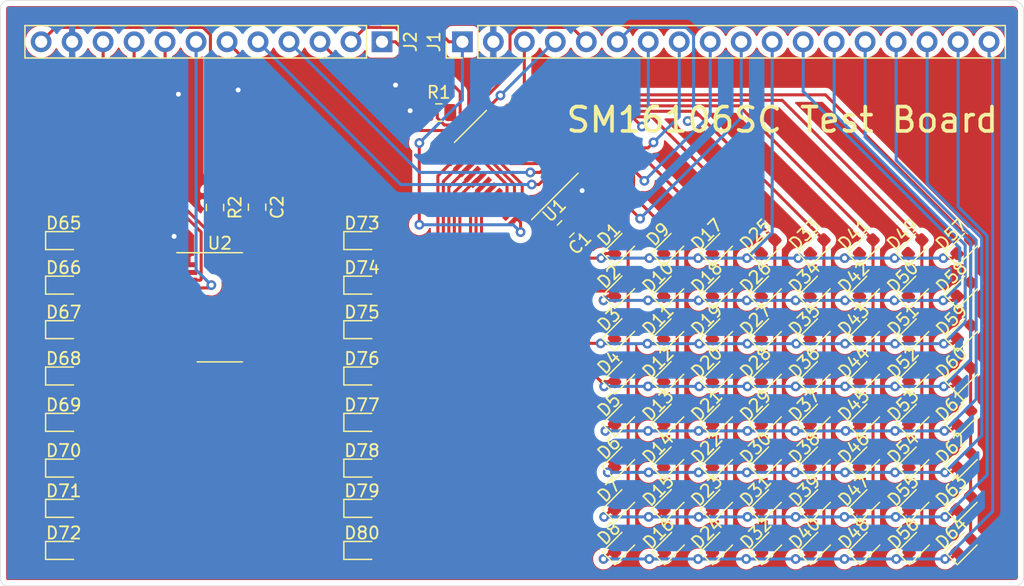
<source format=kicad_pcb>
(kicad_pcb (version 20171130) (host pcbnew 5.1.2)
  (layers (0 F.Cu signal) (31 B.Cu signal) (34 B.Paste user) (35 F.Paste user) (36 B.SilkS user) (37 F.SilkS user) (38 B.Mask user) (39 F.Mask user) (44 Edge.Cuts user))
  (net 0 "")
  (net 1 VCC)
  (net 2 VSS)
  (net 3 C1)
  (net 4 R1)
  (net 5 R2)
  (net 6 R3)
  (net 7 R4)
  (net 8 R5)
  (net 9 R6)
  (net 10 R7)
  (net 11 R8)
  (net 12 C2)
  (net 13 C3)
  (net 14 C4)
  (net 15 C5)
  (net 16 C6)
  (net 17 C7)
  (net 18 C8)
  (net 19 "Net-(D65-Pad2)")
  (net 20 "Net-(D66-Pad2)")
  (net 21 "Net-(D67-Pad2)")
  (net 22 "Net-(D68-Pad2)")
  (net 23 "Net-(D69-Pad2)")
  (net 24 "Net-(D70-Pad2)")
  (net 25 "Net-(D71-Pad2)")
  (net 26 "Net-(D72-Pad2)")
  (net 27 "Net-(D73-Pad2)")
  (net 28 "Net-(D74-Pad2)")
  (net 29 "Net-(D75-Pad2)")
  (net 30 "Net-(D76-Pad2)")
  (net 31 "Net-(D77-Pad2)")
  (net 32 "Net-(D78-Pad2)")
  (net 33 "Net-(D79-Pad2)")
  (net 34 "Net-(D80-Pad2)")
  (net 35 SDO2)
  (net 36 LE2)
  (net 37 OE2)
  (net 38 CLK2)
  (net 39 SDI2)
  (net 40 SDO1)
  (net 41 LE1)
  (net 42 OE1)
  (net 43 CLK1)
  (net 44 SDI1)
  (net 45 "Net-(R1-Pad2)")
  (net 46 "Net-(R2-Pad2)")
  (module NFCBuisness:W (layer F.Cu) (at 155.5 107)
    (fp_text reference Ref** hide)
    (fp_text value Val** hide)
    (fp_poly (pts (xy -1.630587 -2.420899) (xy -1.447524 -2.328559) (xy -1.311592 -2.194757) (xy -1.304211 -2.183555) (xy -1.265704 -2.11344) (xy -1.244213 -2.038839) (xy -1.23774 -1.938094) (xy -1.244287 -1.789546) (xy -1.255088 -1.651) (xy -1.268682 -1.442824) (xy -1.279873 -1.184894) (xy -1.287394 -0.912114) (xy -1.289962 -0.690936) (xy -1.289221 -0.458958) (xy -1.284387 -0.294975) (xy -1.273305 -0.182336) (xy -1.25382 -0.10439) (xy -1.223775 -0.044488) (xy -1.202268 -0.013603) (xy -1.116398 0.071274) (xy -1.002822 0.111004) (xy -0.929984 0.119227) (xy -0.68211 0.100096) (xy -0.454281 0.00289) (xy -0.240656 -0.175182) (xy -0.185776 -0.236175) (xy -0.081108 -0.349759) (xy 0.009066 -0.431822) (xy 0.066141 -0.465547) (xy 0.068112 -0.465666) (xy 0.123755 -0.432548) (xy 0.197182 -0.348904) (xy 0.229505 -0.301607) (xy 0.376869 -0.110873) (xy 0.526913 0.003226) (xy 0.674284 0.03902) (xy 0.813631 -0.005163) (xy 0.907971 -0.089777) (xy 0.988653 -0.198585) (xy 1.058934 -0.326542) (xy 1.126082 -0.490779) (xy 1.197364 -0.708426) (xy 1.255985 -0.910166) (xy 1.31545 -1.12099) (xy 1.377683 -1.340443) (xy 1.431333 -1.528529) (xy 1.442246 -1.566558) (xy 1.521416 -1.84195) (xy 1.949565 -2.005418) (xy 2.167567 -2.084028) (xy 2.315998 -2.126297) (xy 2.401001 -2.133773) (xy 2.422145 -2.124455) (xy 2.452677 -2.065526) (xy 2.41974 -2.005855) (xy 2.317286 -1.940366) (xy 2.13927 -1.863979) (xy 2.089887 -1.8454) (xy 1.930263 -1.78316) (xy 1.799296 -1.726134) (xy 1.71927 -1.684217) (xy 1.708527 -1.676067) (xy 1.680315 -1.619963) (xy 1.636526 -1.498254) (xy 1.582553 -1.327363) (xy 1.52379 -1.123712) (xy 1.507251 -1.063196) (xy 1.396737 -0.68139) (xy 1.290651 -0.376432) (xy 1.184846 -0.140938) (xy 1.075173 0.032475) (xy 0.957485 0.15119) (xy 0.827635 0.222591) (xy 0.776069 0.238398) (xy 0.602379 0.241191) (xy 0.418574 0.174646) (xy 0.246259 0.047924) (xy 0.192569 -0.009056) (xy 0.041511 -0.185533) (xy -0.128458 -0.008645) (xy -0.312966 0.157866) (xy -0.496288 0.260737) (xy -0.709082 0.314778) (xy -0.823587 0.327186) (xy -0.981029 0.333485) (xy -1.090094 0.317957) (xy -1.185756 0.27362) (xy -1.227666 0.246552) (xy -1.355913 0.118677) (xy -1.447302 -0.068507) (xy -1.502345 -0.318683) (xy -1.521551 -0.635539) (xy -1.505431 -1.022758) (xy -1.460818 -1.436924) (xy -1.432055 -1.688127) (xy -1.424811 -1.871541) (xy -1.442863 -2.002167) (xy -1.489991 -2.095003) (xy -1.569973 -2.165049) (xy -1.656298 -2.212878) (xy -1.801342 -2.257899) (xy -1.939703 -2.239415) (xy -2.087459 -2.15265) (xy -2.203421 -2.05035) (xy -2.298884 -1.96489) (xy -2.361491 -1.934189) (xy -2.413708 -1.94891) (xy -2.426473 -1.957639) (xy -2.473927 -2.002339) (xy -2.467648 -2.051331) (xy -2.429475 -2.110518) (xy -2.32004 -2.223928) (xy -2.167499 -2.330713) (xy -2.002595 -2.413218) (xy -1.856072 -2.453788) (xy -1.829026 -2.455333) (xy -1.630587 -2.420899)) (layer F.Cu) (width 0.01))
  )
  (module Capacitor_SMD:C_0805_2012Metric (layer F.Cu) (at 162.15 80.95 225)
    (fp_text reference C1 (at 0 -1.65 45) (layer F.SilkS))
    (fp_text value 100nF)
    (pad 2 smd roundrect (at 0.9375 0 225) (size 0.975 1.4) (layers F.Cu F.Paste F.Mask) (net 1 VCC))
    (pad 1 smd roundrect (at -0.9375 0 225) (size 0.975 1.4) (layers F.Cu F.Paste F.Mask) (net 2 VSS))
  )
  (module Capacitor_SMD:C_0805_2012Metric (layer F.Cu) (at 136.85 79.162499 270)
    (fp_text reference C2 (at 0 -1.65 90) (layer F.SilkS))
    (fp_text value 100nF)
    (pad 1 smd roundrect (at -0.9375 0 270) (size 0.975 1.4) (layers F.Cu F.Paste F.Mask) (net 2 VSS))
    (pad 2 smd roundrect (at 0.9375 0 270) (size 0.975 1.4) (layers F.Cu F.Paste F.Mask) (net 1 VCC))
  )
  (module LED_SMD:LED_0603_1608Metric (layer F.Cu) (at 121 81.9)
    (fp_text reference D65 (at 0 -1.43) (layer F.SilkS))
    (fp_text value LED_Small)
    (pad 1 smd roundrect (at -0.7875 0) (size 0.875 0.95) (layers F.Cu F.Paste F.Mask) (net 2 VSS))
    (pad 2 smd roundrect (at 0.7875 0) (size 0.875 0.95) (layers F.Cu F.Paste F.Mask) (net 19 "Net-(D65-Pad2)"))
  )
  (module LED_SMD:LED_0603_1608Metric (layer F.Cu) (at 121 85.55)
    (fp_text reference D66 (at 0 -1.43) (layer F.SilkS))
    (fp_text value LED_Small)
    (pad 2 smd roundrect (at 0.7875 0) (size 0.875 0.95) (layers F.Cu F.Paste F.Mask) (net 20 "Net-(D66-Pad2)"))
    (pad 1 smd roundrect (at -0.7875 0) (size 0.875 0.95) (layers F.Cu F.Paste F.Mask) (net 2 VSS))
  )
  (module LED_SMD:LED_0603_1608Metric (layer F.Cu) (at 121 89.2)
    (fp_text reference D67 (at 0 -1.43) (layer F.SilkS))
    (fp_text value LED_Small)
    (pad 2 smd roundrect (at 0.7875 0) (size 0.875 0.95) (layers F.Cu F.Paste F.Mask) (net 21 "Net-(D67-Pad2)"))
    (pad 1 smd roundrect (at -0.7875 0) (size 0.875 0.95) (layers F.Cu F.Paste F.Mask) (net 2 VSS))
  )
  (module LED_SMD:LED_0603_1608Metric (layer F.Cu) (at 121 93)
    (fp_text reference D68 (at 0 -1.43) (layer F.SilkS))
    (fp_text value LED_Small)
    (pad 2 smd roundrect (at 0.7875 0) (size 0.875 0.95) (layers F.Cu F.Paste F.Mask) (net 22 "Net-(D68-Pad2)"))
    (pad 1 smd roundrect (at -0.7875 0) (size 0.875 0.95) (layers F.Cu F.Paste F.Mask) (net 2 VSS))
  )
  (module LED_SMD:LED_0603_1608Metric (layer F.Cu) (at 121 96.8)
    (fp_text reference D69 (at 0 -1.43) (layer F.SilkS))
    (fp_text value LED_Small)
    (pad 1 smd roundrect (at -0.7875 0) (size 0.875 0.95) (layers F.Cu F.Paste F.Mask) (net 2 VSS))
    (pad 2 smd roundrect (at 0.7875 0) (size 0.875 0.95) (layers F.Cu F.Paste F.Mask) (net 23 "Net-(D69-Pad2)"))
  )
  (module LED_SMD:LED_0603_1608Metric (layer F.Cu) (at 121 100.55)
    (fp_text reference D70 (at 0 -1.43) (layer F.SilkS))
    (fp_text value LED_Small)
    (pad 2 smd roundrect (at 0.7875 0) (size 0.875 0.95) (layers F.Cu F.Paste F.Mask) (net 24 "Net-(D70-Pad2)"))
    (pad 1 smd roundrect (at -0.7875 0) (size 0.875 0.95) (layers F.Cu F.Paste F.Mask) (net 2 VSS))
  )
  (module LED_SMD:LED_0603_1608Metric (layer F.Cu) (at 121 103.85)
    (fp_text reference D71 (at 0 -1.43) (layer F.SilkS))
    (fp_text value LED_Small)
    (pad 1 smd roundrect (at -0.7875 0) (size 0.875 0.95) (layers F.Cu F.Paste F.Mask) (net 2 VSS))
    (pad 2 smd roundrect (at 0.7875 0) (size 0.875 0.95) (layers F.Cu F.Paste F.Mask) (net 25 "Net-(D71-Pad2)"))
  )
  (module LED_SMD:LED_0603_1608Metric (layer F.Cu) (at 121 107.3)
    (fp_text reference D72 (at 0 -1.43) (layer F.SilkS))
    (fp_text value LED_Small)
    (pad 2 smd roundrect (at 0.7875 0) (size 0.875 0.95) (layers F.Cu F.Paste F.Mask) (net 26 "Net-(D72-Pad2)"))
    (pad 1 smd roundrect (at -0.7875 0) (size 0.875 0.95) (layers F.Cu F.Paste F.Mask) (net 2 VSS))
  )
  (module LED_SMD:LED_0603_1608Metric (layer F.Cu) (at 145.45 81.9)
    (fp_text reference D73 (at 0 -1.43) (layer F.SilkS))
    (fp_text value LED_Small)
    (pad 2 smd roundrect (at 0.7875 0) (size 0.875 0.95) (layers F.Cu F.Paste F.Mask) (net 27 "Net-(D73-Pad2)"))
    (pad 1 smd roundrect (at -0.7875 0) (size 0.875 0.95) (layers F.Cu F.Paste F.Mask) (net 2 VSS))
  )
  (module LED_SMD:LED_0603_1608Metric (layer F.Cu) (at 145.45 85.55)
    (fp_text reference D74 (at 0 -1.43) (layer F.SilkS))
    (fp_text value LED_Small)
    (pad 2 smd roundrect (at 0.7875 0) (size 0.875 0.95) (layers F.Cu F.Paste F.Mask) (net 28 "Net-(D74-Pad2)"))
    (pad 1 smd roundrect (at -0.7875 0) (size 0.875 0.95) (layers F.Cu F.Paste F.Mask) (net 2 VSS))
  )
  (module LED_SMD:LED_0603_1608Metric (layer F.Cu) (at 145.45 89.2)
    (fp_text reference D75 (at 0 -1.43) (layer F.SilkS))
    (fp_text value LED_Small)
    (pad 1 smd roundrect (at -0.7875 0) (size 0.875 0.95) (layers F.Cu F.Paste F.Mask) (net 2 VSS))
    (pad 2 smd roundrect (at 0.7875 0) (size 0.875 0.95) (layers F.Cu F.Paste F.Mask) (net 29 "Net-(D75-Pad2)"))
  )
  (module LED_SMD:LED_0603_1608Metric (layer F.Cu) (at 145.45 93)
    (fp_text reference D76 (at 0 -1.43) (layer F.SilkS))
    (fp_text value LED_Small)
    (pad 2 smd roundrect (at 0.7875 0) (size 0.875 0.95) (layers F.Cu F.Paste F.Mask) (net 30 "Net-(D76-Pad2)"))
    (pad 1 smd roundrect (at -0.7875 0) (size 0.875 0.95) (layers F.Cu F.Paste F.Mask) (net 2 VSS))
  )
  (module LED_SMD:LED_0603_1608Metric (layer F.Cu) (at 145.45 96.8)
    (fp_text reference D77 (at 0 -1.43) (layer F.SilkS))
    (fp_text value LED_Small)
    (pad 1 smd roundrect (at -0.7875 0) (size 0.875 0.95) (layers F.Cu F.Paste F.Mask) (net 2 VSS))
    (pad 2 smd roundrect (at 0.7875 0) (size 0.875 0.95) (layers F.Cu F.Paste F.Mask) (net 31 "Net-(D77-Pad2)"))
  )
  (module LED_SMD:LED_0603_1608Metric (layer F.Cu) (at 145.45 100.55)
    (fp_text reference D78 (at 0 -1.43) (layer F.SilkS))
    (fp_text value LED_Small)
    (pad 2 smd roundrect (at 0.7875 0) (size 0.875 0.95) (layers F.Cu F.Paste F.Mask) (net 32 "Net-(D78-Pad2)"))
    (pad 1 smd roundrect (at -0.7875 0) (size 0.875 0.95) (layers F.Cu F.Paste F.Mask) (net 2 VSS))
  )
  (module LED_SMD:LED_0603_1608Metric (layer F.Cu) (at 145.45 103.85)
    (fp_text reference D79 (at 0 -1.43) (layer F.SilkS))
    (fp_text value LED_Small)
    (pad 1 smd roundrect (at -0.7875 0) (size 0.875 0.95) (layers F.Cu F.Paste F.Mask) (net 2 VSS))
    (pad 2 smd roundrect (at 0.7875 0) (size 0.875 0.95) (layers F.Cu F.Paste F.Mask) (net 33 "Net-(D79-Pad2)"))
  )
  (module LED_SMD:LED_0603_1608Metric (layer F.Cu) (at 145.45 107.3)
    (fp_text reference D80 (at 0 -1.43) (layer F.SilkS))
    (fp_text value LED_Small)
    (pad 2 smd roundrect (at 0.7875 0) (size 0.875 0.95) (layers F.Cu F.Paste F.Mask) (net 34 "Net-(D80-Pad2)"))
    (pad 1 smd roundrect (at -0.7875 0) (size 0.875 0.95) (layers F.Cu F.Paste F.Mask) (net 2 VSS))
  )
  (module Connector_PinHeader_2.54mm:PinHeader_1x12_P2.54mm_Vertical (layer F.Cu) (at 147.09 65.6 270)
    (fp_text reference J2 (at 0 -2.33 90) (layer F.SilkS))
    (fp_text value Conn_01x12)
    (pad 1 thru_hole rect (at 0 0 270) (size 1.7 1.7) (drill 1) (layers *.Cu *.Mask) (net 35 SDO2))
    (pad 2 thru_hole oval (at 0 2.54 270) (size 1.7 1.7) (drill 1) (layers *.Cu *.Mask) (net 36 LE2))
    (pad 3 thru_hole oval (at 0 5.08 270) (size 1.7 1.7) (drill 1) (layers *.Cu *.Mask) (net 37 OE2))
    (pad 4 thru_hole oval (at 0 7.62 270) (size 1.7 1.7) (drill 1) (layers *.Cu *.Mask) (net 38 CLK2))
    (pad 5 thru_hole oval (at 0 10.16 270) (size 1.7 1.7) (drill 1) (layers *.Cu *.Mask) (net 39 SDI2))
    (pad 6 thru_hole oval (at 0 12.7 270) (size 1.7 1.7) (drill 1) (layers *.Cu *.Mask) (net 40 SDO1))
    (pad 7 thru_hole oval (at 0 15.24 270) (size 1.7 1.7) (drill 1) (layers *.Cu *.Mask) (net 41 LE1))
    (pad 8 thru_hole oval (at 0 17.78 270) (size 1.7 1.7) (drill 1) (layers *.Cu *.Mask) (net 42 OE1))
    (pad 9 thru_hole oval (at 0 20.32 270) (size 1.7 1.7) (drill 1) (layers *.Cu *.Mask) (net 43 CLK1))
    (pad 10 thru_hole oval (at 0 22.86 270) (size 1.7 1.7) (drill 1) (layers *.Cu *.Mask) (net 44 SDI1))
    (pad 11 thru_hole oval (at 0 25.4 270) (size 1.7 1.7) (drill 1) (layers *.Cu *.Mask) (net 2 VSS))
    (pad 12 thru_hole oval (at 0 27.94 270) (size 1.7 1.7) (drill 1) (layers *.Cu *.Mask) (net 1 VCC))
  )
  (module Resistor_SMD:R_0805_2012Metric (layer F.Cu) (at 151.75 71.4)
    (fp_text reference R1 (at 0 -1.65) (layer F.SilkS))
    (fp_text value 330)
    (pad 1 smd roundrect (at -0.9375 0) (size 0.975 1.4) (layers F.Cu F.Paste F.Mask) (net 2 VSS))
    (pad 2 smd roundrect (at 0.9375 0) (size 0.975 1.4) (layers F.Cu F.Paste F.Mask) (net 45 "Net-(R1-Pad2)"))
  )
  (module Resistor_SMD:R_0805_2012Metric (layer F.Cu) (at 133.4 79.187501 270)
    (fp_text reference R2 (at 0 -1.65 90) (layer F.SilkS))
    (fp_text value 330)
    (pad 2 smd roundrect (at 0.9375 0 270) (size 0.975 1.4) (layers F.Cu F.Paste F.Mask) (net 46 "Net-(R2-Pad2)"))
    (pad 1 smd roundrect (at -0.9375 0 270) (size 0.975 1.4) (layers F.Cu F.Paste F.Mask) (net 2 VSS))
  )
  (module Package_SO:QSOP-24_3.9x8.7mm_P0.635mm (layer F.Cu) (at 157.507303 75.703556 225)
    (fp_text reference U1 (at 0 -5.25 45) (layer F.SilkS))
    (fp_text value SM16106)
    (pad 24 smd rect (at 2.6543 -3.4925 225) (size 1.6 0.41) (layers F.Cu F.Paste F.Mask) (net 1 VCC))
    (pad 23 smd rect (at 2.6543 -2.8575 225) (size 1.6 0.41) (layers F.Cu F.Paste F.Mask) (net 45 "Net-(R1-Pad2)"))
    (pad 22 smd rect (at 2.6543 -2.2225 225) (size 1.6 0.41) (layers F.Cu F.Paste F.Mask) (net 35 SDO2))
    (pad 21 smd rect (at 2.6543 -1.5875 225) (size 1.6 0.41) (layers F.Cu F.Paste F.Mask) (net 37 OE2))
    (pad 16 smd rect (at 2.6543 1.5875 225) (size 1.6 0.41) (layers F.Cu F.Paste F.Mask) (net 8 R5))
    (pad 15 smd rect (at 2.6543 2.2225 225) (size 1.6 0.41) (layers F.Cu F.Paste F.Mask) (net 9 R6))
    (pad 14 smd rect (at 2.6543 2.8575 225) (size 1.6 0.41) (layers F.Cu F.Paste F.Mask) (net 10 R7))
    (pad 13 smd rect (at 2.6543 3.4925 225) (size 1.6 0.41) (layers F.Cu F.Paste F.Mask) (net 11 R8))
    (pad 12 smd rect (at -2.6543 3.4925 225) (size 1.6 0.41) (layers F.Cu F.Paste F.Mask) (net 18 C8))
    (pad 11 smd rect (at -2.6543 2.8575 225) (size 1.6 0.41) (layers F.Cu F.Paste F.Mask) (net 17 C7))
    (pad 10 smd rect (at -2.6543 2.2225 225) (size 1.6 0.41) (layers F.Cu F.Paste F.Mask) (net 16 C6))
    (pad 9 smd rect (at -2.6543 1.5875 225) (size 1.6 0.41) (layers F.Cu F.Paste F.Mask) (net 15 C5))
    (pad 4 smd rect (at -2.6543 -1.5875 225) (size 1.6 0.41) (layers F.Cu F.Paste F.Mask) (net 36 LE2))
    (pad 3 smd rect (at -2.6543 -2.2225 225) (size 1.6 0.41) (layers F.Cu F.Paste F.Mask) (net 38 CLK2))
    (pad 2 smd rect (at -2.6543 -2.8575 225) (size 1.6 0.41) (layers F.Cu F.Paste F.Mask) (net 39 SDI2))
    (pad 1 smd rect (at -2.6543 -3.4925 225) (size 1.6 0.41) (layers F.Cu F.Paste F.Mask) (net 2 VSS))
    (pad 5 smd rect (at -2.6543 -0.9525 225) (size 1.6 0.41) (layers F.Cu F.Paste F.Mask) (net 3 C1))
    (pad 6 smd rect (at -2.6543 -0.3175 225) (size 1.6 0.41) (layers F.Cu F.Paste F.Mask) (net 12 C2))
    (pad 19 smd rect (at 2.6543 -0.3175 225) (size 1.6 0.41) (layers F.Cu F.Paste F.Mask) (net 5 R2))
    (pad 20 smd rect (at 2.6543 -0.9525 225) (size 1.6 0.41) (layers F.Cu F.Paste F.Mask) (net 4 R1))
    (pad 7 smd rect (at -2.6543 0.3175 225) (size 1.6 0.41) (layers F.Cu F.Paste F.Mask) (net 13 C3))
    (pad 8 smd rect (at -2.6543 0.9525 225) (size 1.6 0.41) (layers F.Cu F.Paste F.Mask) (net 14 C4))
    (pad 18 smd rect (at 2.6543 0.3175 225) (size 1.6 0.41) (layers F.Cu F.Paste F.Mask) (net 6 R3))
    (pad 17 smd rect (at 2.6543 0.9525 225) (size 1.6 0.41) (layers F.Cu F.Paste F.Mask) (net 7 R4))
  )
  (module Package_SO:QSOP-24_3.9x8.7mm_P0.635mm (layer F.Cu) (at 133.7957 87.3675)
    (fp_text reference U2 (at 0 -5.25) (layer F.SilkS))
    (fp_text value SM16106)
    (pad 17 smd rect (at 2.6543 0.9525) (size 1.6 0.41) (layers F.Cu F.Paste F.Mask) (net 30 "Net-(D76-Pad2)"))
    (pad 18 smd rect (at 2.6543 0.3175) (size 1.6 0.41) (layers F.Cu F.Paste F.Mask) (net 29 "Net-(D75-Pad2)"))
    (pad 8 smd rect (at -2.6543 0.9525) (size 1.6 0.41) (layers F.Cu F.Paste F.Mask) (net 22 "Net-(D68-Pad2)"))
    (pad 7 smd rect (at -2.6543 0.3175) (size 1.6 0.41) (layers F.Cu F.Paste F.Mask) (net 21 "Net-(D67-Pad2)"))
    (pad 20 smd rect (at 2.6543 -0.9525) (size 1.6 0.41) (layers F.Cu F.Paste F.Mask) (net 27 "Net-(D73-Pad2)"))
    (pad 19 smd rect (at 2.6543 -0.3175) (size 1.6 0.41) (layers F.Cu F.Paste F.Mask) (net 28 "Net-(D74-Pad2)"))
    (pad 6 smd rect (at -2.6543 -0.3175) (size 1.6 0.41) (layers F.Cu F.Paste F.Mask) (net 20 "Net-(D66-Pad2)"))
    (pad 5 smd rect (at -2.6543 -0.9525) (size 1.6 0.41) (layers F.Cu F.Paste F.Mask) (net 19 "Net-(D65-Pad2)"))
    (pad 1 smd rect (at -2.6543 -3.4925) (size 1.6 0.41) (layers F.Cu F.Paste F.Mask) (net 2 VSS))
    (pad 2 smd rect (at -2.6543 -2.8575) (size 1.6 0.41) (layers F.Cu F.Paste F.Mask) (net 44 SDI1))
    (pad 3 smd rect (at -2.6543 -2.2225) (size 1.6 0.41) (layers F.Cu F.Paste F.Mask) (net 43 CLK1))
    (pad 4 smd rect (at -2.6543 -1.5875) (size 1.6 0.41) (layers F.Cu F.Paste F.Mask) (net 41 LE1))
    (pad 9 smd rect (at -2.6543 1.5875) (size 1.6 0.41) (layers F.Cu F.Paste F.Mask) (net 23 "Net-(D69-Pad2)"))
    (pad 10 smd rect (at -2.6543 2.2225) (size 1.6 0.41) (layers F.Cu F.Paste F.Mask) (net 24 "Net-(D70-Pad2)"))
    (pad 11 smd rect (at -2.6543 2.8575) (size 1.6 0.41) (layers F.Cu F.Paste F.Mask) (net 25 "Net-(D71-Pad2)"))
    (pad 12 smd rect (at -2.6543 3.4925) (size 1.6 0.41) (layers F.Cu F.Paste F.Mask) (net 26 "Net-(D72-Pad2)"))
    (pad 13 smd rect (at 2.6543 3.4925) (size 1.6 0.41) (layers F.Cu F.Paste F.Mask) (net 34 "Net-(D80-Pad2)"))
    (pad 14 smd rect (at 2.6543 2.8575) (size 1.6 0.41) (layers F.Cu F.Paste F.Mask) (net 33 "Net-(D79-Pad2)"))
    (pad 15 smd rect (at 2.6543 2.2225) (size 1.6 0.41) (layers F.Cu F.Paste F.Mask) (net 32 "Net-(D78-Pad2)"))
    (pad 16 smd rect (at 2.6543 1.5875) (size 1.6 0.41) (layers F.Cu F.Paste F.Mask) (net 31 "Net-(D77-Pad2)"))
    (pad 21 smd rect (at 2.6543 -1.5875) (size 1.6 0.41) (layers F.Cu F.Paste F.Mask) (net 42 OE1))
    (pad 22 smd rect (at 2.6543 -2.2225) (size 1.6 0.41) (layers F.Cu F.Paste F.Mask) (net 40 SDO1))
    (pad 23 smd rect (at 2.6543 -2.8575) (size 1.6 0.41) (layers F.Cu F.Paste F.Mask) (net 46 "Net-(R2-Pad2)"))
    (pad 24 smd rect (at 2.6543 -3.4925) (size 1.6 0.41) (layers F.Cu F.Paste F.Mask) (net 1 VCC))
  )
  (module Connector_PinHeader_2.54mm:PinHeader_1x18_P2.54mm_Vertical (layer F.Cu) (at 153.68 65.6 90)
    (fp_text reference J1 (at 0 -2.33 90) (layer F.SilkS))
    (fp_text value Conn_01x18)
    (pad 1 thru_hole rect (at 0 0 90) (size 1.7 1.7) (drill 1) (layers *.Cu *.Mask) (net 1 VCC))
    (pad 2 thru_hole oval (at 0 2.54 90) (size 1.7 1.7) (drill 1) (layers *.Cu *.Mask) (net 2 VSS))
    (pad 3 thru_hole oval (at 0 5.08 90) (size 1.7 1.7) (drill 1) (layers *.Cu *.Mask) (net 18 C8))
    (pad 4 thru_hole oval (at 0 7.62 90) (size 1.7 1.7) (drill 1) (layers *.Cu *.Mask) (net 17 C7))
    (pad 5 thru_hole oval (at 0 10.16 90) (size 1.7 1.7) (drill 1) (layers *.Cu *.Mask) (net 16 C6))
    (pad 6 thru_hole oval (at 0 12.7 90) (size 1.7 1.7) (drill 1) (layers *.Cu *.Mask) (net 15 C5))
    (pad 7 thru_hole oval (at 0 15.24 90) (size 1.7 1.7) (drill 1) (layers *.Cu *.Mask) (net 14 C4))
    (pad 8 thru_hole oval (at 0 17.78 90) (size 1.7 1.7) (drill 1) (layers *.Cu *.Mask) (net 13 C3))
    (pad 9 thru_hole oval (at 0 20.32 90) (size 1.7 1.7) (drill 1) (layers *.Cu *.Mask) (net 12 C2))
    (pad 10 thru_hole oval (at 0 22.86 90) (size 1.7 1.7) (drill 1) (layers *.Cu *.Mask) (net 3 C1))
    (pad 11 thru_hole oval (at 0 25.4 90) (size 1.7 1.7) (drill 1) (layers *.Cu *.Mask) (net 4 R1))
    (pad 12 thru_hole oval (at 0 27.94 90) (size 1.7 1.7) (drill 1) (layers *.Cu *.Mask) (net 5 R2))
    (pad 13 thru_hole oval (at 0 30.48 90) (size 1.7 1.7) (drill 1) (layers *.Cu *.Mask) (net 6 R3))
    (pad 14 thru_hole oval (at 0 33.02 90) (size 1.7 1.7) (drill 1) (layers *.Cu *.Mask) (net 7 R4))
    (pad 15 thru_hole oval (at 0 35.56 90) (size 1.7 1.7) (drill 1) (layers *.Cu *.Mask) (net 8 R5))
    (pad 16 thru_hole oval (at 0 38.1 90) (size 1.7 1.7) (drill 1) (layers *.Cu *.Mask) (net 9 R6))
    (pad 17 thru_hole oval (at 0 40.64 90) (size 1.7 1.7) (drill 1) (layers *.Cu *.Mask) (net 10 R7))
    (pad 18 thru_hole oval (at 0 43.18 90) (size 1.7 1.7) (drill 1) (layers *.Cu *.Mask) (net 11 R8))
  )
  (module LED_SMD:LED_0603_1608Metric (layer F.Cu) (at 166.7125 82.4 45)
    (fp_text reference D1 (at 0 -1.43 45) (layer F.SilkS))
    (fp_text value LED)
    (pad 1 smd roundrect (at -0.7875 0 45) (size 0.875 0.95) (layers F.Cu F.Paste F.Mask) (net 4 R1))
    (pad 2 smd roundrect (at 0.7875 0 45) (size 0.875 0.95) (layers F.Cu F.Paste F.Mask) (net 3 C1))
  )
  (module LED_SMD:LED_0603_1608Metric (layer F.Cu) (at 166.7125 85.885001 45)
    (fp_text reference D2 (at 0 -1.43 45) (layer F.SilkS))
    (fp_text value LED)
    (pad 2 smd roundrect (at 0.7875 0 45) (size 0.875 0.95) (layers F.Cu F.Paste F.Mask) (net 3 C1))
    (pad 1 smd roundrect (at -0.7875 0 45) (size 0.875 0.95) (layers F.Cu F.Paste F.Mask) (net 5 R2))
  )
  (module LED_SMD:LED_0603_1608Metric (layer F.Cu) (at 166.7125 89.385001 45)
    (fp_text reference D3 (at 0 -1.43 45) (layer F.SilkS))
    (fp_text value LED)
    (pad 1 smd roundrect (at -0.7875 0 45) (size 0.875 0.95) (layers F.Cu F.Paste F.Mask) (net 6 R3))
    (pad 2 smd roundrect (at 0.7875 0 45) (size 0.875 0.95) (layers F.Cu F.Paste F.Mask) (net 3 C1))
  )
  (module LED_SMD:LED_0603_1608Metric (layer F.Cu) (at 166.7125 92.9 45)
    (fp_text reference D4 (at 0 -1.43 45) (layer F.SilkS))
    (fp_text value LED)
    (pad 2 smd roundrect (at 0.7875 0 45) (size 0.875 0.95) (layers F.Cu F.Paste F.Mask) (net 3 C1))
    (pad 1 smd roundrect (at -0.7875 0 45) (size 0.875 0.95) (layers F.Cu F.Paste F.Mask) (net 7 R4))
  )
  (module LED_SMD:LED_0603_1608Metric (layer F.Cu) (at 166.7125 96.4 45)
    (fp_text reference D5 (at 0 -1.43 45) (layer F.SilkS))
    (fp_text value LED)
    (pad 1 smd roundrect (at -0.7875 0 45) (size 0.875 0.95) (layers F.Cu F.Paste F.Mask) (net 8 R5))
    (pad 2 smd roundrect (at 0.7875 0 45) (size 0.875 0.95) (layers F.Cu F.Paste F.Mask) (net 3 C1))
  )
  (module LED_SMD:LED_0603_1608Metric (layer F.Cu) (at 166.7125 99.9 45)
    (fp_text reference D6 (at 0 -1.43 45) (layer F.SilkS))
    (fp_text value LED)
    (pad 2 smd roundrect (at 0.7875 0 45) (size 0.875 0.95) (layers F.Cu F.Paste F.Mask) (net 3 C1))
    (pad 1 smd roundrect (at -0.7875 0 45) (size 0.875 0.95) (layers F.Cu F.Paste F.Mask) (net 9 R6))
  )
  (module LED_SMD:LED_0603_1608Metric (layer F.Cu) (at 166.7125 103.4 45)
    (fp_text reference D7 (at 0 -1.43 45) (layer F.SilkS))
    (fp_text value LED)
    (pad 1 smd roundrect (at -0.7875 0 45) (size 0.875 0.95) (layers F.Cu F.Paste F.Mask) (net 10 R7))
    (pad 2 smd roundrect (at 0.7875 0 45) (size 0.875 0.95) (layers F.Cu F.Paste F.Mask) (net 3 C1))
  )
  (module LED_SMD:LED_0603_1608Metric (layer F.Cu) (at 166.7125 106.9 45)
    (fp_text reference D8 (at 0 -1.43 45) (layer F.SilkS))
    (fp_text value LED)
    (pad 2 smd roundrect (at 0.7875 0 45) (size 0.875 0.95) (layers F.Cu F.Paste F.Mask) (net 3 C1))
    (pad 1 smd roundrect (at -0.7875 0 45) (size 0.875 0.95) (layers F.Cu F.Paste F.Mask) (net 11 R8))
  )
  (module LED_SMD:LED_0603_1608Metric (layer F.Cu) (at 170.7375 82.4 45)
    (fp_text reference D9 (at 0 -1.43 45) (layer F.SilkS))
    (fp_text value LED)
    (pad 1 smd roundrect (at -0.7875 0 45) (size 0.875 0.95) (layers F.Cu F.Paste F.Mask) (net 4 R1))
    (pad 2 smd roundrect (at 0.7875 0 45) (size 0.875 0.95) (layers F.Cu F.Paste F.Mask) (net 12 C2))
  )
  (module LED_SMD:LED_0603_1608Metric (layer F.Cu) (at 170.7375 85.9 45)
    (fp_text reference D10 (at 0 -1.43 45) (layer F.SilkS))
    (fp_text value LED)
    (pad 2 smd roundrect (at 0.7875 0 45) (size 0.875 0.95) (layers F.Cu F.Paste F.Mask) (net 12 C2))
    (pad 1 smd roundrect (at -0.7875 0 45) (size 0.875 0.95) (layers F.Cu F.Paste F.Mask) (net 5 R2))
  )
  (module LED_SMD:LED_0603_1608Metric (layer F.Cu) (at 170.7375 89.4 45)
    (fp_text reference D11 (at 0 -1.43 45) (layer F.SilkS))
    (fp_text value LED)
    (pad 1 smd roundrect (at -0.7875 0 45) (size 0.875 0.95) (layers F.Cu F.Paste F.Mask) (net 6 R3))
    (pad 2 smd roundrect (at 0.7875 0 45) (size 0.875 0.95) (layers F.Cu F.Paste F.Mask) (net 12 C2))
  )
  (module LED_SMD:LED_0603_1608Metric (layer F.Cu) (at 170.7375 92.9 45)
    (fp_text reference D12 (at 0 -1.43 45) (layer F.SilkS))
    (fp_text value LED)
    (pad 2 smd roundrect (at 0.7875 0 45) (size 0.875 0.95) (layers F.Cu F.Paste F.Mask) (net 12 C2))
    (pad 1 smd roundrect (at -0.7875 0 45) (size 0.875 0.95) (layers F.Cu F.Paste F.Mask) (net 7 R4))
  )
  (module LED_SMD:LED_0603_1608Metric (layer F.Cu) (at 170.7375 96.4 45)
    (fp_text reference D13 (at 0 -1.43 45) (layer F.SilkS))
    (fp_text value LED)
    (pad 2 smd roundrect (at 0.7875 0 45) (size 0.875 0.95) (layers F.Cu F.Paste F.Mask) (net 12 C2))
    (pad 1 smd roundrect (at -0.7875 0 45) (size 0.875 0.95) (layers F.Cu F.Paste F.Mask) (net 8 R5))
  )
  (module LED_SMD:LED_0603_1608Metric (layer F.Cu) (at 170.7375 99.9 45)
    (fp_text reference D14 (at 0 -1.43 45) (layer F.SilkS))
    (fp_text value LED)
    (pad 1 smd roundrect (at -0.7875 0 45) (size 0.875 0.95) (layers F.Cu F.Paste F.Mask) (net 9 R6))
    (pad 2 smd roundrect (at 0.7875 0 45) (size 0.875 0.95) (layers F.Cu F.Paste F.Mask) (net 12 C2))
  )
  (module LED_SMD:LED_0603_1608Metric (layer F.Cu) (at 170.7625 103.4 45)
    (fp_text reference D15 (at 0 -1.43 45) (layer F.SilkS))
    (fp_text value LED)
    (pad 1 smd roundrect (at -0.7875 0 45) (size 0.875 0.95) (layers F.Cu F.Paste F.Mask) (net 10 R7))
    (pad 2 smd roundrect (at 0.7875 0 45) (size 0.875 0.95) (layers F.Cu F.Paste F.Mask) (net 12 C2))
  )
  (module LED_SMD:LED_0603_1608Metric (layer F.Cu) (at 170.7875 106.9 45)
    (fp_text reference D16 (at 0 -1.43 45) (layer F.SilkS))
    (fp_text value LED)
    (pad 2 smd roundrect (at 0.7875 0 45) (size 0.875 0.95) (layers F.Cu F.Paste F.Mask) (net 12 C2))
    (pad 1 smd roundrect (at -0.7875 0 45) (size 0.875 0.95) (layers F.Cu F.Paste F.Mask) (net 11 R8))
  )
  (module LED_SMD:LED_0603_1608Metric (layer F.Cu) (at 174.7375 82.4 45)
    (fp_text reference D17 (at 0 -1.43 45) (layer F.SilkS))
    (fp_text value LED)
    (pad 2 smd roundrect (at 0.7875 0 45) (size 0.875 0.95) (layers F.Cu F.Paste F.Mask) (net 13 C3))
    (pad 1 smd roundrect (at -0.7875 0 45) (size 0.875 0.95) (layers F.Cu F.Paste F.Mask) (net 4 R1))
  )
  (module LED_SMD:LED_0603_1608Metric (layer F.Cu) (at 174.7375 85.9 45)
    (fp_text reference D18 (at 0 -1.43 45) (layer F.SilkS))
    (fp_text value LED)
    (pad 2 smd roundrect (at 0.7875 0 45) (size 0.875 0.95) (layers F.Cu F.Paste F.Mask) (net 13 C3))
    (pad 1 smd roundrect (at -0.7875 0 45) (size 0.875 0.95) (layers F.Cu F.Paste F.Mask) (net 5 R2))
  )
  (module LED_SMD:LED_0603_1608Metric (layer F.Cu) (at 174.7375 89.4 45)
    (fp_text reference D19 (at 0 -1.43 45) (layer F.SilkS))
    (fp_text value LED)
    (pad 1 smd roundrect (at -0.7875 0 45) (size 0.875 0.95) (layers F.Cu F.Paste F.Mask) (net 6 R3))
    (pad 2 smd roundrect (at 0.7875 0 45) (size 0.875 0.95) (layers F.Cu F.Paste F.Mask) (net 13 C3))
  )
  (module LED_SMD:LED_0603_1608Metric (layer F.Cu) (at 174.7375 92.9 45)
    (fp_text reference D20 (at 0 -1.43 45) (layer F.SilkS))
    (fp_text value LED)
    (pad 2 smd roundrect (at 0.7875 0 45) (size 0.875 0.95) (layers F.Cu F.Paste F.Mask) (net 13 C3))
    (pad 1 smd roundrect (at -0.7875 0 45) (size 0.875 0.95) (layers F.Cu F.Paste F.Mask) (net 7 R4))
  )
  (module LED_SMD:LED_0603_1608Metric (layer F.Cu) (at 174.7375 96.4 45)
    (fp_text reference D21 (at 0 -1.43 45) (layer F.SilkS))
    (fp_text value LED)
    (pad 1 smd roundrect (at -0.7875 0 45) (size 0.875 0.95) (layers F.Cu F.Paste F.Mask) (net 8 R5))
    (pad 2 smd roundrect (at 0.7875 0 45) (size 0.875 0.95) (layers F.Cu F.Paste F.Mask) (net 13 C3))
  )
  (module LED_SMD:LED_0603_1608Metric (layer F.Cu) (at 174.7375 99.9 45)
    (fp_text reference D22 (at 0 -1.43 45) (layer F.SilkS))
    (fp_text value LED)
    (pad 2 smd roundrect (at 0.7875 0 45) (size 0.875 0.95) (layers F.Cu F.Paste F.Mask) (net 13 C3))
    (pad 1 smd roundrect (at -0.7875 0 45) (size 0.875 0.95) (layers F.Cu F.Paste F.Mask) (net 9 R6))
  )
  (module LED_SMD:LED_0603_1608Metric (layer F.Cu) (at 174.7375 103.4 45)
    (fp_text reference D23 (at 0 -1.43 45) (layer F.SilkS))
    (fp_text value LED)
    (pad 1 smd roundrect (at -0.7875 0 45) (size 0.875 0.95) (layers F.Cu F.Paste F.Mask) (net 10 R7))
    (pad 2 smd roundrect (at 0.7875 0 45) (size 0.875 0.95) (layers F.Cu F.Paste F.Mask) (net 13 C3))
  )
  (module LED_SMD:LED_0603_1608Metric (layer F.Cu) (at 174.7375 106.9 45)
    (fp_text reference D24 (at 0 -1.43 45) (layer F.SilkS))
    (fp_text value LED)
    (pad 2 smd roundrect (at 0.7875 0 45) (size 0.875 0.95) (layers F.Cu F.Paste F.Mask) (net 13 C3))
    (pad 1 smd roundrect (at -0.7875 0 45) (size 0.875 0.95) (layers F.Cu F.Paste F.Mask) (net 11 R8))
  )
  (module LED_SMD:LED_0603_1608Metric (layer F.Cu) (at 178.7375 82.4 45)
    (fp_text reference D25 (at 0 -1.43 45) (layer F.SilkS))
    (fp_text value LED)
    (pad 1 smd roundrect (at -0.7875 0 45) (size 0.875 0.95) (layers F.Cu F.Paste F.Mask) (net 4 R1))
    (pad 2 smd roundrect (at 0.7875 0 45) (size 0.875 0.95) (layers F.Cu F.Paste F.Mask) (net 14 C4))
  )
  (module LED_SMD:LED_0603_1608Metric (layer F.Cu) (at 178.7375 85.9 45)
    (fp_text reference D26 (at 0 -1.43 45) (layer F.SilkS))
    (fp_text value LED)
    (pad 2 smd roundrect (at 0.7875 0 45) (size 0.875 0.95) (layers F.Cu F.Paste F.Mask) (net 14 C4))
    (pad 1 smd roundrect (at -0.7875 0 45) (size 0.875 0.95) (layers F.Cu F.Paste F.Mask) (net 5 R2))
  )
  (module LED_SMD:LED_0603_1608Metric (layer F.Cu) (at 178.7375 89.4 45)
    (fp_text reference D27 (at 0 -1.43 45) (layer F.SilkS))
    (fp_text value LED)
    (pad 1 smd roundrect (at -0.7875 0 45) (size 0.875 0.95) (layers F.Cu F.Paste F.Mask) (net 6 R3))
    (pad 2 smd roundrect (at 0.7875 0 45) (size 0.875 0.95) (layers F.Cu F.Paste F.Mask) (net 14 C4))
  )
  (module LED_SMD:LED_0603_1608Metric (layer F.Cu) (at 178.7375 92.9 45)
    (fp_text reference D28 (at 0 -1.43 45) (layer F.SilkS))
    (fp_text value LED)
    (pad 2 smd roundrect (at 0.7875 0 45) (size 0.875 0.95) (layers F.Cu F.Paste F.Mask) (net 14 C4))
    (pad 1 smd roundrect (at -0.7875 0 45) (size 0.875 0.95) (layers F.Cu F.Paste F.Mask) (net 7 R4))
  )
  (module LED_SMD:LED_0603_1608Metric (layer F.Cu) (at 178.7375 96.4 45)
    (fp_text reference D29 (at 0 -1.43 45) (layer F.SilkS))
    (fp_text value LED)
    (pad 1 smd roundrect (at -0.7875 0 45) (size 0.875 0.95) (layers F.Cu F.Paste F.Mask) (net 8 R5))
    (pad 2 smd roundrect (at 0.7875 0 45) (size 0.875 0.95) (layers F.Cu F.Paste F.Mask) (net 14 C4))
  )
  (module LED_SMD:LED_0603_1608Metric (layer F.Cu) (at 178.7375 99.9 45)
    (fp_text reference D30 (at 0 -1.43 45) (layer F.SilkS))
    (fp_text value LED)
    (pad 2 smd roundrect (at 0.7875 0 45) (size 0.875 0.95) (layers F.Cu F.Paste F.Mask) (net 14 C4))
    (pad 1 smd roundrect (at -0.7875 0 45) (size 0.875 0.95) (layers F.Cu F.Paste F.Mask) (net 9 R6))
  )
  (module LED_SMD:LED_0603_1608Metric (layer F.Cu) (at 178.7375 103.4 45)
    (fp_text reference D31 (at 0 -1.43 45) (layer F.SilkS))
    (fp_text value LED)
    (pad 1 smd roundrect (at -0.7875 0 45) (size 0.875 0.95) (layers F.Cu F.Paste F.Mask) (net 10 R7))
    (pad 2 smd roundrect (at 0.7875 0 45) (size 0.875 0.95) (layers F.Cu F.Paste F.Mask) (net 14 C4))
  )
  (module LED_SMD:LED_0603_1608Metric (layer F.Cu) (at 178.7625 106.9 45)
    (fp_text reference D32 (at 0 -1.43 45) (layer F.SilkS))
    (fp_text value LED)
    (pad 2 smd roundrect (at 0.7875 0 45) (size 0.875 0.95) (layers F.Cu F.Paste F.Mask) (net 14 C4))
    (pad 1 smd roundrect (at -0.7875 0 45) (size 0.875 0.95) (layers F.Cu F.Paste F.Mask) (net 11 R8))
  )
  (module LED_SMD:LED_0603_1608Metric (layer F.Cu) (at 182.7625 82.4 45)
    (fp_text reference D33 (at 0 -1.43 45) (layer F.SilkS))
    (fp_text value LED)
    (pad 1 smd roundrect (at -0.7875 0 45) (size 0.875 0.95) (layers F.Cu F.Paste F.Mask) (net 4 R1))
    (pad 2 smd roundrect (at 0.7875 0 45) (size 0.875 0.95) (layers F.Cu F.Paste F.Mask) (net 15 C5))
  )
  (module LED_SMD:LED_0603_1608Metric (layer F.Cu) (at 182.7375 85.9 45)
    (fp_text reference D34 (at 0 -1.43 45) (layer F.SilkS))
    (fp_text value LED)
    (pad 2 smd roundrect (at 0.7875 0 45) (size 0.875 0.95) (layers F.Cu F.Paste F.Mask) (net 15 C5))
    (pad 1 smd roundrect (at -0.7875 0 45) (size 0.875 0.95) (layers F.Cu F.Paste F.Mask) (net 5 R2))
  )
  (module LED_SMD:LED_0603_1608Metric (layer F.Cu) (at 182.7375 89.4 45)
    (fp_text reference D35 (at 0 -1.43 45) (layer F.SilkS))
    (fp_text value LED)
    (pad 1 smd roundrect (at -0.7875 0 45) (size 0.875 0.95) (layers F.Cu F.Paste F.Mask) (net 6 R3))
    (pad 2 smd roundrect (at 0.7875 0 45) (size 0.875 0.95) (layers F.Cu F.Paste F.Mask) (net 15 C5))
  )
  (module LED_SMD:LED_0603_1608Metric (layer F.Cu) (at 182.7375 92.9 45)
    (fp_text reference D36 (at 0 -1.43 45) (layer F.SilkS))
    (fp_text value LED)
    (pad 1 smd roundrect (at -0.7875 0 45) (size 0.875 0.95) (layers F.Cu F.Paste F.Mask) (net 7 R4))
    (pad 2 smd roundrect (at 0.7875 0 45) (size 0.875 0.95) (layers F.Cu F.Paste F.Mask) (net 15 C5))
  )
  (module LED_SMD:LED_0603_1608Metric (layer F.Cu) (at 182.7375 96.4 45)
    (fp_text reference D37 (at 0 -1.43 45) (layer F.SilkS))
    (fp_text value LED)
    (pad 2 smd roundrect (at 0.7875 0 45) (size 0.875 0.95) (layers F.Cu F.Paste F.Mask) (net 15 C5))
    (pad 1 smd roundrect (at -0.7875 0 45) (size 0.875 0.95) (layers F.Cu F.Paste F.Mask) (net 8 R5))
  )
  (module LED_SMD:LED_0603_1608Metric (layer F.Cu) (at 182.7375 99.9 45)
    (fp_text reference D38 (at 0 -1.43 45) (layer F.SilkS))
    (fp_text value LED)
    (pad 1 smd roundrect (at -0.7875 0 45) (size 0.875 0.95) (layers F.Cu F.Paste F.Mask) (net 9 R6))
    (pad 2 smd roundrect (at 0.7875 0 45) (size 0.875 0.95) (layers F.Cu F.Paste F.Mask) (net 15 C5))
  )
  (module LED_SMD:LED_0603_1608Metric (layer F.Cu) (at 182.7625 103.4 45)
    (fp_text reference D39 (at 0 -1.43 45) (layer F.SilkS))
    (fp_text value LED)
    (pad 2 smd roundrect (at 0.7875 0 45) (size 0.875 0.95) (layers F.Cu F.Paste F.Mask) (net 15 C5))
    (pad 1 smd roundrect (at -0.7875 0 45) (size 0.875 0.95) (layers F.Cu F.Paste F.Mask) (net 10 R7))
  )
  (module LED_SMD:LED_0603_1608Metric (layer F.Cu) (at 182.7625 106.9 45)
    (fp_text reference D40 (at 0 -1.43 45) (layer F.SilkS))
    (fp_text value LED)
    (pad 1 smd roundrect (at -0.7875 0 45) (size 0.875 0.95) (layers F.Cu F.Paste F.Mask) (net 11 R8))
    (pad 2 smd roundrect (at 0.7875 0 45) (size 0.875 0.95) (layers F.Cu F.Paste F.Mask) (net 15 C5))
  )
  (module LED_SMD:LED_0603_1608Metric (layer F.Cu) (at 186.7875 82.4 45)
    (fp_text reference D41 (at 0 -1.43 45) (layer F.SilkS))
    (fp_text value LED)
    (pad 1 smd roundrect (at -0.7875 0 45) (size 0.875 0.95) (layers F.Cu F.Paste F.Mask) (net 4 R1))
    (pad 2 smd roundrect (at 0.7875 0 45) (size 0.875 0.95) (layers F.Cu F.Paste F.Mask) (net 16 C6))
  )
  (module LED_SMD:LED_0603_1608Metric (layer F.Cu) (at 186.7875 85.9 45)
    (fp_text reference D42 (at 0 -1.43 45) (layer F.SilkS))
    (fp_text value LED)
    (pad 2 smd roundrect (at 0.7875 0 45) (size 0.875 0.95) (layers F.Cu F.Paste F.Mask) (net 16 C6))
    (pad 1 smd roundrect (at -0.7875 0 45) (size 0.875 0.95) (layers F.Cu F.Paste F.Mask) (net 5 R2))
  )
  (module LED_SMD:LED_0603_1608Metric (layer F.Cu) (at 186.7875 89.4 45)
    (fp_text reference D43 (at 0 -1.43 45) (layer F.SilkS))
    (fp_text value LED)
    (pad 1 smd roundrect (at -0.7875 0 45) (size 0.875 0.95) (layers F.Cu F.Paste F.Mask) (net 6 R3))
    (pad 2 smd roundrect (at 0.7875 0 45) (size 0.875 0.95) (layers F.Cu F.Paste F.Mask) (net 16 C6))
  )
  (module LED_SMD:LED_0603_1608Metric (layer F.Cu) (at 186.7875 92.9 45)
    (fp_text reference D44 (at 0 -1.43 45) (layer F.SilkS))
    (fp_text value LED)
    (pad 2 smd roundrect (at 0.7875 0 45) (size 0.875 0.95) (layers F.Cu F.Paste F.Mask) (net 16 C6))
    (pad 1 smd roundrect (at -0.7875 0 45) (size 0.875 0.95) (layers F.Cu F.Paste F.Mask) (net 7 R4))
  )
  (module LED_SMD:LED_0603_1608Metric (layer F.Cu) (at 186.7875 96.4 45)
    (fp_text reference D45 (at 0 -1.43 45) (layer F.SilkS))
    (fp_text value LED)
    (pad 1 smd roundrect (at -0.7875 0 45) (size 0.875 0.95) (layers F.Cu F.Paste F.Mask) (net 8 R5))
    (pad 2 smd roundrect (at 0.7875 0 45) (size 0.875 0.95) (layers F.Cu F.Paste F.Mask) (net 16 C6))
  )
  (module LED_SMD:LED_0603_1608Metric (layer F.Cu) (at 186.7875 99.9 45)
    (fp_text reference D46 (at 0 -1.43 45) (layer F.SilkS))
    (fp_text value LED)
    (pad 2 smd roundrect (at 0.7875 0 45) (size 0.875 0.95) (layers F.Cu F.Paste F.Mask) (net 16 C6))
    (pad 1 smd roundrect (at -0.7875 0 45) (size 0.875 0.95) (layers F.Cu F.Paste F.Mask) (net 9 R6))
  )
  (module LED_SMD:LED_0603_1608Metric (layer F.Cu) (at 186.8 103.4 45)
    (fp_text reference D47 (at 0 -1.43 45) (layer F.SilkS))
    (fp_text value LED)
    (pad 1 smd roundrect (at -0.7875 0 45) (size 0.875 0.95) (layers F.Cu F.Paste F.Mask) (net 10 R7))
    (pad 2 smd roundrect (at 0.7875 0 45) (size 0.875 0.95) (layers F.Cu F.Paste F.Mask) (net 16 C6))
  )
  (module LED_SMD:LED_0603_1608Metric (layer F.Cu) (at 186.8125 106.9 45)
    (fp_text reference D48 (at 0 -1.43 45) (layer F.SilkS))
    (fp_text value LED)
    (pad 2 smd roundrect (at 0.7875 0 45) (size 0.875 0.95) (layers F.Cu F.Paste F.Mask) (net 16 C6))
    (pad 1 smd roundrect (at -0.7875 0 45) (size 0.875 0.95) (layers F.Cu F.Paste F.Mask) (net 11 R8))
  )
  (module LED_SMD:LED_0603_1608Metric (layer F.Cu) (at 190.7875 82.4 45)
    (fp_text reference D49 (at 0 -1.43 45) (layer F.SilkS))
    (fp_text value LED)
    (pad 2 smd roundrect (at 0.7875 0 45) (size 0.875 0.95) (layers F.Cu F.Paste F.Mask) (net 17 C7))
    (pad 1 smd roundrect (at -0.7875 0 45) (size 0.875 0.95) (layers F.Cu F.Paste F.Mask) (net 4 R1))
  )
  (module LED_SMD:LED_0603_1608Metric (layer F.Cu) (at 190.8 85.9 45)
    (fp_text reference D50 (at 0 -1.43 45) (layer F.SilkS))
    (fp_text value LED)
    (pad 1 smd roundrect (at -0.7875 0 45) (size 0.875 0.95) (layers F.Cu F.Paste F.Mask) (net 5 R2))
    (pad 2 smd roundrect (at 0.7875 0 45) (size 0.875 0.95) (layers F.Cu F.Paste F.Mask) (net 17 C7))
  )
  (module LED_SMD:LED_0603_1608Metric (layer F.Cu) (at 190.8375 89.4 45)
    (fp_text reference D51 (at 0 -1.43 45) (layer F.SilkS))
    (fp_text value LED)
    (pad 2 smd roundrect (at 0.7875 0 45) (size 0.875 0.95) (layers F.Cu F.Paste F.Mask) (net 17 C7))
    (pad 1 smd roundrect (at -0.7875 0 45) (size 0.875 0.95) (layers F.Cu F.Paste F.Mask) (net 6 R3))
  )
  (module LED_SMD:LED_0603_1608Metric (layer F.Cu) (at 190.8375 92.9 45)
    (fp_text reference D52 (at 0 -1.43 45) (layer F.SilkS))
    (fp_text value LED)
    (pad 1 smd roundrect (at -0.7875 0 45) (size 0.875 0.95) (layers F.Cu F.Paste F.Mask) (net 7 R4))
    (pad 2 smd roundrect (at 0.7875 0 45) (size 0.875 0.95) (layers F.Cu F.Paste F.Mask) (net 17 C7))
  )
  (module LED_SMD:LED_0603_1608Metric (layer F.Cu) (at 190.8375 96.4 45)
    (fp_text reference D53 (at 0 -1.43 45) (layer F.SilkS))
    (fp_text value LED)
    (pad 2 smd roundrect (at 0.7875 0 45) (size 0.875 0.95) (layers F.Cu F.Paste F.Mask) (net 17 C7))
    (pad 1 smd roundrect (at -0.7875 0 45) (size 0.875 0.95) (layers F.Cu F.Paste F.Mask) (net 8 R5))
  )
  (module LED_SMD:LED_0603_1608Metric (layer F.Cu) (at 190.8375 99.9 45)
    (fp_text reference D54 (at 0 -1.43 45) (layer F.SilkS))
    (fp_text value LED)
    (pad 1 smd roundrect (at -0.7875 0 45) (size 0.875 0.95) (layers F.Cu F.Paste F.Mask) (net 9 R6))
    (pad 2 smd roundrect (at 0.7875 0 45) (size 0.875 0.95) (layers F.Cu F.Paste F.Mask) (net 17 C7))
  )
  (module LED_SMD:LED_0603_1608Metric (layer F.Cu) (at 190.8375 103.4 45)
    (fp_text reference D55 (at 0 -1.43 45) (layer F.SilkS))
    (fp_text value LED)
    (pad 2 smd roundrect (at 0.7875 0 45) (size 0.875 0.95) (layers F.Cu F.Paste F.Mask) (net 17 C7))
    (pad 1 smd roundrect (at -0.7875 0 45) (size 0.875 0.95) (layers F.Cu F.Paste F.Mask) (net 10 R7))
  )
  (module LED_SMD:LED_0603_1608Metric (layer F.Cu) (at 190.8625 106.9 45)
    (fp_text reference D56 (at 0 -1.43 45) (layer F.SilkS))
    (fp_text value LED)
    (pad 1 smd roundrect (at -0.7875 0 45) (size 0.875 0.95) (layers F.Cu F.Paste F.Mask) (net 11 R8))
    (pad 2 smd roundrect (at 0.7875 0 45) (size 0.875 0.95) (layers F.Cu F.Paste F.Mask) (net 17 C7))
  )
  (module LED_SMD:LED_0603_1608Metric (layer F.Cu) (at 194.7875 82.4 45)
    (fp_text reference D57 (at 0 -1.43 45) (layer F.SilkS))
    (fp_text value LED)
    (pad 2 smd roundrect (at 0.7875 0 45) (size 0.875 0.95) (layers F.Cu F.Paste F.Mask) (net 18 C8))
    (pad 1 smd roundrect (at -0.7875 0 45) (size 0.875 0.95) (layers F.Cu F.Paste F.Mask) (net 4 R1))
  )
  (module LED_SMD:LED_0603_1608Metric (layer F.Cu) (at 194.8125 85.9 45)
    (fp_text reference D58 (at 0 -1.43 45) (layer F.SilkS))
    (fp_text value LED)
    (pad 1 smd roundrect (at -0.7875 0 45) (size 0.875 0.95) (layers F.Cu F.Paste F.Mask) (net 5 R2))
    (pad 2 smd roundrect (at 0.7875 0 45) (size 0.875 0.95) (layers F.Cu F.Paste F.Mask) (net 18 C8))
  )
  (module LED_SMD:LED_0603_1608Metric (layer F.Cu) (at 194.8125 89.4 45)
    (fp_text reference D59 (at 0 -1.43 45) (layer F.SilkS))
    (fp_text value LED)
    (pad 2 smd roundrect (at 0.7875 0 45) (size 0.875 0.95) (layers F.Cu F.Paste F.Mask) (net 18 C8))
    (pad 1 smd roundrect (at -0.7875 0 45) (size 0.875 0.95) (layers F.Cu F.Paste F.Mask) (net 6 R3))
  )
  (module LED_SMD:LED_0603_1608Metric (layer F.Cu) (at 194.8125 92.9 45)
    (fp_text reference D60 (at 0 -1.43 45) (layer F.SilkS))
    (fp_text value LED)
    (pad 1 smd roundrect (at -0.7875 0 45) (size 0.875 0.95) (layers F.Cu F.Paste F.Mask) (net 7 R4))
    (pad 2 smd roundrect (at 0.7875 0 45) (size 0.875 0.95) (layers F.Cu F.Paste F.Mask) (net 18 C8))
  )
  (module LED_SMD:LED_0603_1608Metric (layer F.Cu) (at 194.7875 96.4 45)
    (fp_text reference D61 (at 0 -1.43 45) (layer F.SilkS))
    (fp_text value LED)
    (pad 2 smd roundrect (at 0.7875 0 45) (size 0.875 0.95) (layers F.Cu F.Paste F.Mask) (net 18 C8))
    (pad 1 smd roundrect (at -0.7875 0 45) (size 0.875 0.95) (layers F.Cu F.Paste F.Mask) (net 8 R5))
  )
  (module LED_SMD:LED_0603_1608Metric (layer F.Cu) (at 194.8 99.9 45)
    (fp_text reference D62 (at 0 -1.43 45) (layer F.SilkS))
    (fp_text value LED)
    (pad 1 smd roundrect (at -0.7875 0 45) (size 0.875 0.95) (layers F.Cu F.Paste F.Mask) (net 9 R6))
    (pad 2 smd roundrect (at 0.7875 0 45) (size 0.875 0.95) (layers F.Cu F.Paste F.Mask) (net 18 C8))
  )
  (module LED_SMD:LED_0603_1608Metric (layer F.Cu) (at 194.7875 103.4 45)
    (fp_text reference D63 (at 0 -1.43 45) (layer F.SilkS))
    (fp_text value LED)
    (pad 2 smd roundrect (at 0.7875 0 45) (size 0.875 0.95) (layers F.Cu F.Paste F.Mask) (net 18 C8))
    (pad 1 smd roundrect (at -0.7875 0 45) (size 0.875 0.95) (layers F.Cu F.Paste F.Mask) (net 10 R7))
  )
  (module LED_SMD:LED_0603_1608Metric (layer F.Cu) (at 194.7875 106.9 45)
    (fp_text reference D64 (at 0 -1.43 45) (layer F.SilkS))
    (fp_text value LED)
    (pad 1 smd roundrect (at -0.7875 0 45) (size 0.875 0.95) (layers F.Cu F.Paste F.Mask) (net 11 R8))
    (pad 2 smd roundrect (at 0.7875 0 45) (size 0.875 0.95) (layers F.Cu F.Paste F.Mask) (net 18 C8))
  )
  (gr_arc (start 199 109.5) (end 199 110.2) (angle -90) (layer Edge.Cuts) (width 0.05))
  (gr_arc (start 116.4 109.6) (end 115.8 109.6) (angle -90) (layer Edge.Cuts) (width 0.05))
  (gr_arc (start 116.5 62.9) (end 116.5 62.2) (angle -90) (layer Edge.Cuts) (width 0.05))
  (gr_arc (start 198.8 63.1) (end 199.7 63.1) (angle -90) (layer Edge.Cuts) (width 0.05))
  (gr_text "SM16106SC Test Board" (at 179.9 72) (layer F.SilkS) (effects (font (size 2 2) (thickness 0.3))))
  (gr_line (start 115.8 109.6) (end 115.8 62.9) (layer Edge.Cuts) (width 0.05))
  (gr_line (start 199 110.2) (end 116.4 110.2) (layer Edge.Cuts) (width 0.05))
  (gr_line (start 199.7 63.1) (end 199.7 109.5) (layer Edge.Cuts) (width 0.05))
  (gr_line (start 116.5 62.2) (end 198.8 62.2) (layer Edge.Cuts) (width 0.05))
  (segment (start 158.489913 80.05) (end 158.1 80.05) (width 0.25) (layer F.Cu) (net 1))
  (segment (start 159.924174 80.05) (end 158.489913 80.05) (width 0.25) (layer F.Cu) (net 1))
  (segment (start 161.487087 81.612913) (end 159.924174 80.05) (width 0.25) (layer F.Cu) (net 1))
  (segment (start 136.45 80.499999) (end 136.85 80.099999) (width 0.25) (layer F.Cu) (net 1))
  (segment (start 136.45 83.875) (end 136.45 80.499999) (width 0.25) (layer F.Cu) (net 1))
  (segment (start 120.325001 64.424999) (end 119.999999 64.750001) (width 0.25) (layer F.Cu) (net 1))
  (segment (start 132.414001 64.424999) (end 120.325001 64.424999) (width 0.25) (layer F.Cu) (net 1))
  (segment (start 133.025001 65.035999) (end 132.414001 64.424999) (width 0.25) (layer F.Cu) (net 1))
  (segment (start 119.999999 64.750001) (end 119.15 65.6) (width 0.25) (layer F.Cu) (net 1))
  (segment (start 133.025001 76.275) (end 133.025001 65.035999) (width 0.25) (layer F.Cu) (net 1))
  (segment (start 136.85 80.099999) (end 133.025001 76.275) (width 0.25) (layer F.Cu) (net 1))
  (segment (start 150.88 63.9) (end 152.58 65.6) (width 0.25) (layer F.Cu) (net 1))
  (segment (start 132.939 63.9) (end 150.88 63.9) (width 0.25) (layer F.Cu) (net 1))
  (segment (start 152.58 65.6) (end 153.68 65.6) (width 0.25) (layer F.Cu) (net 1))
  (segment (start 132.414001 64.424999) (end 132.939 63.9) (width 0.25) (layer F.Cu) (net 1))
  (via (at 150.15 73.9) (size 0.8) (drill 0.4) (layers F.Cu B.Cu) (net 1))
  (segment (start 153.68 65.6) (end 153.68 70.37) (width 0.25) (layer B.Cu) (net 1))
  (segment (start 153.68 70.37) (end 150.15 73.9) (width 0.25) (layer B.Cu) (net 1))
  (via (at 150.15 80.6) (size 0.8) (drill 0.4) (layers F.Cu B.Cu) (net 1))
  (segment (start 150.15 73.9) (end 150.15 80.6) (width 0.25) (layer F.Cu) (net 1))
  (via (at 158.45 81.2) (size 0.8) (drill 0.4) (layers F.Cu B.Cu) (net 1))
  (segment (start 150.15 80.6) (end 157.85 80.6) (width 0.25) (layer B.Cu) (net 1))
  (segment (start 157.85 80.6) (end 158.45 81.2) (width 0.25) (layer B.Cu) (net 1))
  (segment (start 158.45 80.4) (end 158.1 80.05) (width 0.25) (layer F.Cu) (net 1))
  (segment (start 158.45 81.2) (end 158.45 80.4) (width 0.25) (layer F.Cu) (net 1))
  (segment (start 145.124112 93.461612) (end 144.6625 93) (width 0.25) (layer F.Cu) (net 2))
  (segment (start 145.46251 93.80001) (end 145.124112 93.461612) (width 0.25) (layer F.Cu) (net 2))
  (segment (start 146.681484 93.80001) (end 145.46251 93.80001) (width 0.25) (layer F.Cu) (net 2))
  (segment (start 147.00001 93.481484) (end 146.681484 93.80001) (width 0.25) (layer F.Cu) (net 2))
  (segment (start 147.00001 91.53751) (end 147.00001 93.481484) (width 0.25) (layer F.Cu) (net 2))
  (segment (start 144.6625 89.2) (end 147.00001 91.53751) (width 0.25) (layer F.Cu) (net 2))
  (segment (start 145.124112 104.311612) (end 144.6625 103.85) (width 0.25) (layer F.Cu) (net 2))
  (segment (start 145.46251 104.65001) (end 145.124112 104.311612) (width 0.25) (layer F.Cu) (net 2))
  (segment (start 146.681484 104.65001) (end 145.46251 104.65001) (width 0.25) (layer F.Cu) (net 2))
  (segment (start 147.00001 104.331484) (end 146.681484 104.65001) (width 0.25) (layer F.Cu) (net 2))
  (segment (start 147.00001 102.88751) (end 147.00001 104.331484) (width 0.25) (layer F.Cu) (net 2))
  (segment (start 144.6625 100.55) (end 147.00001 102.88751) (width 0.25) (layer F.Cu) (net 2))
  (via (at 135.3 69.55) (size 0.8) (drill 0.4) (layers F.Cu B.Cu) (net 2))
  (via (at 130.4 69.9) (size 0.8) (drill 0.4) (layers F.Cu B.Cu) (net 2))
  (via (at 148.2 69.15) (size 0.8) (drill 0.4) (layers F.Cu B.Cu) (net 2))
  (via (at 149.4 71.25) (size 0.8) (drill 0.4) (layers F.Cu B.Cu) (net 2))
  (via (at 130.05 81.55) (size 0.8) (drill 0.4) (layers F.Cu B.Cu) (net 2))
  (segment (start 131.1414 82.6414) (end 130.05 81.55) (width 0.25) (layer F.Cu) (net 2))
  (segment (start 131.1414 83.875) (end 131.1414 82.6414) (width 0.25) (layer F.Cu) (net 2))
  (segment (start 149.55 71.4) (end 149.4 71.25) (width 0.25) (layer F.Cu) (net 2))
  (segment (start 150.8125 71.4) (end 149.55 71.4) (width 0.25) (layer F.Cu) (net 2))
  (via (at 163.5 77.8) (size 0.8) (drill 0.4) (layers F.Cu B.Cu) (net 2))
  (segment (start 167.269347 75.669347) (end 164.7 73.1) (width 0.25) (layer F.Cu) (net 3))
  (segment (start 161.457898 73.1) (end 160.057696 74.500202) (width 0.25) (layer F.Cu) (net 3))
  (segment (start 164.7 73.1) (end 161.457898 73.1) (width 0.25) (layer F.Cu) (net 3))
  (segment (start 167.269347 82.495167) (end 167.269347 85.328154) (width 0.25) (layer F.Cu) (net 3))
  (segment (start 167.269347 81.843153) (end 167.269347 82.495167) (width 0.25) (layer F.Cu) (net 3))
  (segment (start 167.269347 85.328154) (end 167.269347 106.343153) (width 0.25) (layer F.Cu) (net 3))
  (segment (start 167.430653 79.280653) (end 168.25 80.1) (width 0.25) (layer F.Cu) (net 3))
  (segment (start 167.269347 79.280653) (end 167.430653 79.280653) (width 0.25) (layer F.Cu) (net 3))
  (segment (start 167.269347 79.280653) (end 167.269347 75.669347) (width 0.25) (layer F.Cu) (net 3))
  (via (at 168.25 80.1) (size 0.8) (drill 0.4) (layers F.Cu B.Cu) (net 3))
  (segment (start 167.269347 81.843153) (end 167.269347 79.280653) (width 0.25) (layer F.Cu) (net 3))
  (segment (start 176.54 71.81) (end 176.54 65.6) (width 0.25) (layer B.Cu) (net 3))
  (segment (start 168.25 80.1) (end 176.54 71.81) (width 0.25) (layer B.Cu) (net 3))
  (segment (start 156.836916 83.336916) (end 155.25 81.75) (width 0.25) (layer F.Cu) (net 4))
  (segment (start 155.25 79.307898) (end 156.303949 78.253949) (width 0.25) (layer F.Cu) (net 4))
  (segment (start 155.25 81.75) (end 155.25 79.307898) (width 0.25) (layer F.Cu) (net 4))
  (segment (start 165.443153 82.956847) (end 165.063084 83.336916) (width 0.25) (layer F.Cu) (net 4))
  (segment (start 166.155653 82.956847) (end 165.443153 82.956847) (width 0.25) (layer F.Cu) (net 4))
  (via (at 165.063084 83.336916) (size 0.8) (drill 0.4) (layers F.Cu B.Cu) (net 4))
  (segment (start 165.063084 83.336916) (end 156.836916 83.336916) (width 0.25) (layer F.Cu) (net 4))
  (segment (start 165.063084 83.336916) (end 169.013084 83.336916) (width 0.25) (layer B.Cu) (net 4))
  (via (at 193.113084 83.336916) (size 0.8) (drill 0.4) (layers F.Cu B.Cu) (net 4))
  (segment (start 189.113084 83.336916) (end 193.113084 83.336916) (width 0.25) (layer B.Cu) (net 4))
  (via (at 189.113084 83.336916) (size 0.8) (drill 0.4) (layers F.Cu B.Cu) (net 4))
  (segment (start 185.013084 83.336916) (end 189.113084 83.336916) (width 0.25) (layer B.Cu) (net 4))
  (via (at 185.013084 83.336916) (size 0.8) (drill 0.4) (layers F.Cu B.Cu) (net 4))
  (segment (start 181.213084 83.336916) (end 185.013084 83.336916) (width 0.25) (layer B.Cu) (net 4))
  (via (at 181.213084 83.336916) (size 0.8) (drill 0.4) (layers F.Cu B.Cu) (net 4))
  (segment (start 177.013084 83.336916) (end 181.213084 83.336916) (width 0.25) (layer B.Cu) (net 4))
  (via (at 177.013084 83.336916) (size 0.8) (drill 0.4) (layers F.Cu B.Cu) (net 4))
  (segment (start 173.013084 83.336916) (end 177.013084 83.336916) (width 0.25) (layer B.Cu) (net 4))
  (via (at 173.013084 83.336916) (size 0.8) (drill 0.4) (layers F.Cu B.Cu) (net 4))
  (segment (start 169.013084 83.336916) (end 173.013084 83.336916) (width 0.25) (layer B.Cu) (net 4))
  (via (at 169.013084 83.336916) (size 0.8) (drill 0.4) (layers F.Cu B.Cu) (net 4))
  (segment (start 193.850584 83.336916) (end 194.230653 82.956847) (width 0.25) (layer F.Cu) (net 4))
  (segment (start 193.113084 83.336916) (end 193.850584 83.336916) (width 0.25) (layer F.Cu) (net 4))
  (segment (start 189.850584 83.336916) (end 190.230653 82.956847) (width 0.25) (layer F.Cu) (net 4))
  (segment (start 189.113084 83.336916) (end 189.850584 83.336916) (width 0.25) (layer F.Cu) (net 4))
  (segment (start 185.850584 83.336916) (end 186.230653 82.956847) (width 0.25) (layer F.Cu) (net 4))
  (segment (start 185.013084 83.336916) (end 185.850584 83.336916) (width 0.25) (layer F.Cu) (net 4))
  (segment (start 181.825584 83.336916) (end 182.205653 82.956847) (width 0.25) (layer F.Cu) (net 4))
  (segment (start 181.213084 83.336916) (end 181.825584 83.336916) (width 0.25) (layer F.Cu) (net 4))
  (segment (start 177.800584 83.336916) (end 178.180653 82.956847) (width 0.25) (layer F.Cu) (net 4))
  (segment (start 177.013084 83.336916) (end 177.800584 83.336916) (width 0.25) (layer F.Cu) (net 4))
  (segment (start 173.800584 83.336916) (end 174.180653 82.956847) (width 0.25) (layer F.Cu) (net 4))
  (segment (start 173.013084 83.336916) (end 173.800584 83.336916) (width 0.25) (layer F.Cu) (net 4))
  (segment (start 169.800584 83.336916) (end 170.180653 82.956847) (width 0.25) (layer F.Cu) (net 4))
  (segment (start 169.013084 83.336916) (end 169.800584 83.336916) (width 0.25) (layer F.Cu) (net 4))
  (segment (start 179.08 81.27) (end 179.08 65.6) (width 0.25) (layer B.Cu) (net 4))
  (segment (start 177.013084 83.336916) (end 179.08 81.27) (width 0.25) (layer B.Cu) (net 4))
  (segment (start 155.218541 78.441331) (end 155.854936 77.804936) (width 0.25) (layer F.Cu) (net 5))
  (segment (start 154.79999 78.859882) (end 155.218541 78.441331) (width 0.25) (layer F.Cu) (net 5))
  (segment (start 165.749067 86.035262) (end 158.898852 86.035262) (width 0.25) (layer F.Cu) (net 5))
  (segment (start 154.79999 81.9364) (end 154.79999 78.859882) (width 0.25) (layer F.Cu) (net 5))
  (segment (start 158.898852 86.035262) (end 154.79999 81.9364) (width 0.25) (layer F.Cu) (net 5))
  (segment (start 166.155653 86.441848) (end 165.749067 86.035262) (width 0.25) (layer F.Cu) (net 5))
  (via (at 165.25 86.8) (size 0.8) (drill 0.4) (layers F.Cu B.Cu) (net 5))
  (segment (start 166.155653 86.441848) (end 165.608152 86.441848) (width 0.25) (layer F.Cu) (net 5))
  (segment (start 165.608152 86.441848) (end 165.25 86.8) (width 0.25) (layer F.Cu) (net 5))
  (segment (start 165.25 86.8) (end 168.9 86.8) (width 0.25) (layer B.Cu) (net 5))
  (segment (start 168.9 86.8) (end 173.05 86.8) (width 0.25) (layer B.Cu) (net 5))
  (via (at 168.9 86.8) (size 0.8) (drill 0.4) (layers F.Cu B.Cu) (net 5))
  (segment (start 173.05 86.8) (end 177 86.8) (width 0.25) (layer B.Cu) (net 5))
  (via (at 173.05 86.8) (size 0.8) (drill 0.4) (layers F.Cu B.Cu) (net 5))
  (segment (start 177 86.8) (end 181 86.8) (width 0.25) (layer B.Cu) (net 5))
  (via (at 177 86.8) (size 0.8) (drill 0.4) (layers F.Cu B.Cu) (net 5))
  (segment (start 181 86.8) (end 185.05 86.8) (width 0.25) (layer B.Cu) (net 5))
  (via (at 181 86.8) (size 0.8) (drill 0.4) (layers F.Cu B.Cu) (net 5))
  (segment (start 185.05 86.8) (end 189.1 86.8) (width 0.25) (layer B.Cu) (net 5))
  (via (at 185.05 86.8) (size 0.8) (drill 0.4) (layers F.Cu B.Cu) (net 5))
  (segment (start 189.1 86.8) (end 193.1 86.8) (width 0.25) (layer B.Cu) (net 5))
  (via (at 189.1 86.8) (size 0.8) (drill 0.4) (layers F.Cu B.Cu) (net 5))
  (via (at 193.1 86.8) (size 0.8) (drill 0.4) (layers F.Cu B.Cu) (net 5))
  (segment (start 169.8375 86.8) (end 170.180653 86.456847) (width 0.25) (layer F.Cu) (net 5))
  (segment (start 168.9 86.8) (end 169.8375 86.8) (width 0.25) (layer F.Cu) (net 5))
  (segment (start 173.8375 86.8) (end 174.180653 86.456847) (width 0.25) (layer F.Cu) (net 5))
  (segment (start 173.05 86.8) (end 173.8375 86.8) (width 0.25) (layer F.Cu) (net 5))
  (segment (start 177.8375 86.8) (end 178.180653 86.456847) (width 0.25) (layer F.Cu) (net 5))
  (segment (start 177 86.8) (end 177.8375 86.8) (width 0.25) (layer F.Cu) (net 5))
  (segment (start 181 86.8) (end 181.565685 86.8) (width 0.25) (layer F.Cu) (net 5))
  (segment (start 181.800584 86.836916) (end 182.180653 86.456847) (width 0.25) (layer F.Cu) (net 5))
  (segment (start 181.602601 86.836916) (end 181.800584 86.836916) (width 0.25) (layer F.Cu) (net 5))
  (segment (start 181.565685 86.8) (end 181.602601 86.836916) (width 0.25) (layer F.Cu) (net 5))
  (segment (start 185.8875 86.8) (end 186.230653 86.456847) (width 0.25) (layer F.Cu) (net 5))
  (segment (start 185.05 86.8) (end 185.8875 86.8) (width 0.25) (layer F.Cu) (net 5))
  (segment (start 189.9 86.8) (end 190.243153 86.456847) (width 0.25) (layer F.Cu) (net 5))
  (segment (start 189.1 86.8) (end 189.9 86.8) (width 0.25) (layer F.Cu) (net 5))
  (segment (start 193.9125 86.8) (end 194.255653 86.456847) (width 0.25) (layer F.Cu) (net 5))
  (segment (start 193.1 86.8) (end 193.9125 86.8) (width 0.25) (layer F.Cu) (net 5))
  (segment (start 181.62 69.67) (end 181.62 65.6) (width 0.25) (layer B.Cu) (net 5))
  (segment (start 194.45 82.5) (end 181.62 69.67) (width 0.25) (layer B.Cu) (net 5))
  (segment (start 193.1 86.8) (end 194.45 85.45) (width 0.25) (layer B.Cu) (net 5))
  (segment (start 194.45 85.45) (end 194.45 82.5) (width 0.25) (layer B.Cu) (net 5))
  (segment (start 154.349981 78.411865) (end 155.405923 77.355923) (width 0.25) (layer F.Cu) (net 6))
  (segment (start 154.349981 82.122801) (end 154.349981 78.411865) (width 0.25) (layer F.Cu) (net 6))
  (segment (start 166.155653 89.941848) (end 165.775584 90.321917) (width 0.25) (layer F.Cu) (net 6))
  (segment (start 162.549097 90.321917) (end 154.349981 82.122801) (width 0.25) (layer F.Cu) (net 6))
  (via (at 165.021917 90.321917) (size 0.8) (drill 0.4) (layers F.Cu B.Cu) (net 6))
  (segment (start 165.021917 90.321917) (end 162.549097 90.321917) (width 0.25) (layer F.Cu) (net 6))
  (segment (start 165.775584 90.321917) (end 165.021917 90.321917) (width 0.25) (layer F.Cu) (net 6))
  (segment (start 165.587602 90.321917) (end 165.615685 90.35) (width 0.25) (layer B.Cu) (net 6))
  (segment (start 165.021917 90.321917) (end 165.587602 90.321917) (width 0.25) (layer B.Cu) (net 6))
  (segment (start 165.615685 90.35) (end 168.85 90.35) (width 0.25) (layer B.Cu) (net 6))
  (via (at 193.15 90.35) (size 0.8) (drill 0.4) (layers F.Cu B.Cu) (net 6))
  (segment (start 189.15 90.35) (end 193.15 90.35) (width 0.25) (layer B.Cu) (net 6))
  (via (at 189.15 90.35) (size 0.8) (drill 0.4) (layers F.Cu B.Cu) (net 6))
  (segment (start 185.05 90.35) (end 189.15 90.35) (width 0.25) (layer B.Cu) (net 6))
  (via (at 185.05 90.35) (size 0.8) (drill 0.4) (layers F.Cu B.Cu) (net 6))
  (segment (start 181.05 90.35) (end 185.05 90.35) (width 0.25) (layer B.Cu) (net 6))
  (via (at 181.05 90.35) (size 0.8) (drill 0.4) (layers F.Cu B.Cu) (net 6))
  (segment (start 177.05 90.35) (end 181.05 90.35) (width 0.25) (layer B.Cu) (net 6))
  (via (at 177.05 90.35) (size 0.8) (drill 0.4) (layers F.Cu B.Cu) (net 6))
  (segment (start 173.1 90.35) (end 177.05 90.35) (width 0.25) (layer B.Cu) (net 6))
  (via (at 173.1 90.35) (size 0.8) (drill 0.4) (layers F.Cu B.Cu) (net 6))
  (segment (start 168.85 90.35) (end 173.1 90.35) (width 0.25) (layer B.Cu) (net 6))
  (via (at 168.85 90.35) (size 0.8) (drill 0.4) (layers F.Cu B.Cu) (net 6))
  (segment (start 193.8625 90.35) (end 194.255653 89.956847) (width 0.25) (layer F.Cu) (net 6))
  (segment (start 193.15 90.35) (end 193.8625 90.35) (width 0.25) (layer F.Cu) (net 6))
  (segment (start 189.8875 90.35) (end 190.280653 89.956847) (width 0.25) (layer F.Cu) (net 6))
  (segment (start 189.15 90.35) (end 189.8875 90.35) (width 0.25) (layer F.Cu) (net 6))
  (segment (start 185.8375 90.35) (end 186.230653 89.956847) (width 0.25) (layer F.Cu) (net 6))
  (segment (start 185.05 90.35) (end 185.8375 90.35) (width 0.25) (layer F.Cu) (net 6))
  (segment (start 181.7875 90.35) (end 182.180653 89.956847) (width 0.25) (layer F.Cu) (net 6))
  (segment (start 181.05 90.35) (end 181.7875 90.35) (width 0.25) (layer F.Cu) (net 6))
  (segment (start 177.7875 90.35) (end 178.180653 89.956847) (width 0.25) (layer F.Cu) (net 6))
  (segment (start 177.05 90.35) (end 177.7875 90.35) (width 0.25) (layer F.Cu) (net 6))
  (segment (start 173.7875 90.35) (end 174.180653 89.956847) (width 0.25) (layer F.Cu) (net 6))
  (segment (start 173.1 90.35) (end 173.7875 90.35) (width 0.25) (layer F.Cu) (net 6))
  (segment (start 169.7875 90.35) (end 170.180653 89.956847) (width 0.25) (layer F.Cu) (net 6))
  (segment (start 168.85 90.35) (end 169.7875 90.35) (width 0.25) (layer F.Cu) (net 6))
  (segment (start 184.16 71.51) (end 184.16 65.6) (width 0.25) (layer B.Cu) (net 6))
  (segment (start 194.900009 82.250009) (end 184.16 71.51) (width 0.25) (layer B.Cu) (net 6))
  (segment (start 193.15 90.35) (end 194.900009 88.599991) (width 0.25) (layer B.Cu) (net 6))
  (segment (start 194.900009 88.599991) (end 194.900009 82.250009) (width 0.25) (layer B.Cu) (net 6))
  (segment (start 154.808433 76.90691) (end 154.95691 76.90691) (width 0.25) (layer F.Cu) (net 7))
  (segment (start 153.472245 78.243098) (end 154.808433 76.90691) (width 0.25) (layer F.Cu) (net 7))
  (segment (start 153.472245 81.881475) (end 153.472245 78.243098) (width 0.25) (layer F.Cu) (net 7))
  (segment (start 166.155653 93.456847) (end 165.047617 93.456847) (width 0.25) (layer F.Cu) (net 7))
  (segment (start 165.047617 93.456847) (end 153.472245 81.881475) (width 0.25) (layer F.Cu) (net 7))
  (via (at 165.3 93.85) (size 0.8) (drill 0.4) (layers F.Cu B.Cu) (net 7))
  (segment (start 166.155653 93.456847) (end 165.693153 93.456847) (width 0.25) (layer F.Cu) (net 7))
  (segment (start 165.693153 93.456847) (end 165.3 93.85) (width 0.25) (layer F.Cu) (net 7))
  (segment (start 165.3 93.85) (end 165.865685 93.85) (width 0.25) (layer B.Cu) (net 7))
  (segment (start 165.865685 93.85) (end 168.9 93.85) (width 0.25) (layer B.Cu) (net 7))
  (via (at 193.15 93.85) (size 0.8) (drill 0.4) (layers F.Cu B.Cu) (net 7))
  (segment (start 189.15 93.85) (end 193.15 93.85) (width 0.25) (layer B.Cu) (net 7))
  (via (at 189.15 93.85) (size 0.8) (drill 0.4) (layers F.Cu B.Cu) (net 7))
  (segment (start 185.05 93.85) (end 189.15 93.85) (width 0.25) (layer B.Cu) (net 7))
  (via (at 185.05 93.85) (size 0.8) (drill 0.4) (layers F.Cu B.Cu) (net 7))
  (segment (start 181 93.85) (end 185.05 93.85) (width 0.25) (layer B.Cu) (net 7))
  (via (at 181 93.85) (size 0.8) (drill 0.4) (layers F.Cu B.Cu) (net 7))
  (segment (start 177.05 93.85) (end 181 93.85) (width 0.25) (layer B.Cu) (net 7))
  (via (at 177.05 93.85) (size 0.8) (drill 0.4) (layers F.Cu B.Cu) (net 7))
  (segment (start 173.1 93.85) (end 177.05 93.85) (width 0.25) (layer B.Cu) (net 7))
  (via (at 173.1 93.85) (size 0.8) (drill 0.4) (layers F.Cu B.Cu) (net 7))
  (segment (start 168.9 93.85) (end 173.1 93.85) (width 0.25) (layer B.Cu) (net 7))
  (via (at 168.9 93.85) (size 0.8) (drill 0.4) (layers F.Cu B.Cu) (net 7))
  (segment (start 169.7875 93.85) (end 170.180653 93.456847) (width 0.25) (layer F.Cu) (net 7))
  (segment (start 168.9 93.85) (end 169.7875 93.85) (width 0.25) (layer F.Cu) (net 7))
  (segment (start 173.7875 93.85) (end 174.180653 93.456847) (width 0.25) (layer F.Cu) (net 7))
  (segment (start 173.1 93.85) (end 173.7875 93.85) (width 0.25) (layer F.Cu) (net 7))
  (segment (start 177.7875 93.85) (end 178.180653 93.456847) (width 0.25) (layer F.Cu) (net 7))
  (segment (start 177.05 93.85) (end 177.7875 93.85) (width 0.25) (layer F.Cu) (net 7))
  (segment (start 181.7875 93.85) (end 182.180653 93.456847) (width 0.25) (layer F.Cu) (net 7))
  (segment (start 181 93.85) (end 181.7875 93.85) (width 0.25) (layer F.Cu) (net 7))
  (segment (start 185.8375 93.85) (end 186.230653 93.456847) (width 0.25) (layer F.Cu) (net 7))
  (segment (start 185.05 93.85) (end 185.8375 93.85) (width 0.25) (layer F.Cu) (net 7))
  (segment (start 189.8875 93.85) (end 190.280653 93.456847) (width 0.25) (layer F.Cu) (net 7))
  (segment (start 189.15 93.85) (end 189.8875 93.85) (width 0.25) (layer F.Cu) (net 7))
  (segment (start 193.8625 93.85) (end 194.255653 93.456847) (width 0.25) (layer F.Cu) (net 7))
  (segment (start 193.15 93.85) (end 193.8625 93.85) (width 0.25) (layer F.Cu) (net 7))
  (segment (start 195.350018 91.649982) (end 195.350018 82.063608) (width 0.25) (layer B.Cu) (net 7))
  (segment (start 193.15 93.85) (end 195.350018 91.649982) (width 0.25) (layer B.Cu) (net 7))
  (segment (start 186.7 73.41359) (end 186.7 65.6) (width 0.25) (layer B.Cu) (net 7))
  (segment (start 195.350018 82.063608) (end 186.7 73.41359) (width 0.25) (layer B.Cu) (net 7))
  (segment (start 153.022235 77.94356) (end 153.871502 77.094293) (width 0.25) (layer F.Cu) (net 8))
  (segment (start 153.022235 83.823429) (end 153.022235 77.94356) (width 0.25) (layer F.Cu) (net 8))
  (segment (start 153.871502 77.094293) (end 154.507897 76.457898) (width 0.25) (layer F.Cu) (net 8))
  (segment (start 166.155653 96.956847) (end 153.022235 83.823429) (width 0.25) (layer F.Cu) (net 8))
  (via (at 165.4 97.5) (size 0.8) (drill 0.4) (layers F.Cu B.Cu) (net 8))
  (segment (start 166.155653 96.956847) (end 165.943153 96.956847) (width 0.25) (layer F.Cu) (net 8))
  (segment (start 165.943153 96.956847) (end 165.4 97.5) (width 0.25) (layer F.Cu) (net 8))
  (segment (start 165.4 97.5) (end 168.9 97.5) (width 0.25) (layer B.Cu) (net 8))
  (via (at 193.2 97.5) (size 0.8) (drill 0.4) (layers F.Cu B.Cu) (net 8))
  (segment (start 189.15 97.5) (end 193.2 97.5) (width 0.25) (layer B.Cu) (net 8))
  (via (at 189.15 97.5) (size 0.8) (drill 0.4) (layers F.Cu B.Cu) (net 8))
  (segment (start 185.1 97.5) (end 189.15 97.5) (width 0.25) (layer B.Cu) (net 8))
  (via (at 185.1 97.5) (size 0.8) (drill 0.4) (layers F.Cu B.Cu) (net 8))
  (segment (start 180.95 97.5) (end 185.1 97.5) (width 0.25) (layer B.Cu) (net 8))
  (via (at 180.95 97.5) (size 0.8) (drill 0.4) (layers F.Cu B.Cu) (net 8))
  (segment (start 177.05 97.5) (end 180.95 97.5) (width 0.25) (layer B.Cu) (net 8))
  (via (at 177.05 97.5) (size 0.8) (drill 0.4) (layers F.Cu B.Cu) (net 8))
  (segment (start 173.05 97.5) (end 177.05 97.5) (width 0.25) (layer B.Cu) (net 8))
  (via (at 173.05 97.5) (size 0.8) (drill 0.4) (layers F.Cu B.Cu) (net 8))
  (segment (start 168.9 97.5) (end 173.05 97.5) (width 0.25) (layer B.Cu) (net 8))
  (via (at 168.9 97.5) (size 0.8) (drill 0.4) (layers F.Cu B.Cu) (net 8))
  (segment (start 169.6375 97.5) (end 170.180653 96.956847) (width 0.25) (layer F.Cu) (net 8))
  (segment (start 168.9 97.5) (end 169.6375 97.5) (width 0.25) (layer F.Cu) (net 8))
  (segment (start 173.6375 97.5) (end 174.180653 96.956847) (width 0.25) (layer F.Cu) (net 8))
  (segment (start 173.05 97.5) (end 173.6375 97.5) (width 0.25) (layer F.Cu) (net 8))
  (segment (start 177.6375 97.5) (end 178.180653 96.956847) (width 0.25) (layer F.Cu) (net 8))
  (segment (start 177.05 97.5) (end 177.6375 97.5) (width 0.25) (layer F.Cu) (net 8))
  (segment (start 181.6375 97.5) (end 182.180653 96.956847) (width 0.25) (layer F.Cu) (net 8))
  (segment (start 180.95 97.5) (end 181.6375 97.5) (width 0.25) (layer F.Cu) (net 8))
  (segment (start 185.6875 97.5) (end 186.230653 96.956847) (width 0.25) (layer F.Cu) (net 8))
  (segment (start 185.1 97.5) (end 185.6875 97.5) (width 0.25) (layer F.Cu) (net 8))
  (segment (start 189.7375 97.5) (end 190.280653 96.956847) (width 0.25) (layer F.Cu) (net 8))
  (segment (start 189.15 97.5) (end 189.7375 97.5) (width 0.25) (layer F.Cu) (net 8))
  (segment (start 193.6875 97.5) (end 194.230653 96.956847) (width 0.25) (layer F.Cu) (net 8))
  (segment (start 193.2 97.5) (end 193.6875 97.5) (width 0.25) (layer F.Cu) (net 8))
  (segment (start 195.800028 94.899972) (end 195.800027 81.877207) (width 0.25) (layer B.Cu) (net 8))
  (segment (start 193.2 97.5) (end 195.800028 94.899972) (width 0.25) (layer B.Cu) (net 8))
  (segment (start 189.24 75.31718) (end 189.24 65.6) (width 0.25) (layer B.Cu) (net 8))
  (segment (start 195.800027 81.877207) (end 189.24 75.31718) (width 0.25) (layer B.Cu) (net 8))
  (segment (start 152.572225 77.495545) (end 153.42249 76.64528) (width 0.25) (layer F.Cu) (net 9))
  (segment (start 152.572225 86.873419) (end 152.572225 77.495545) (width 0.25) (layer F.Cu) (net 9))
  (segment (start 153.42249 76.64528) (end 154.058885 76.008885) (width 0.25) (layer F.Cu) (net 9))
  (segment (start 166.155653 100.456847) (end 152.572225 86.873419) (width 0.25) (layer F.Cu) (net 9))
  (via (at 165.6 100.9) (size 0.8) (drill 0.4) (layers F.Cu B.Cu) (net 9))
  (segment (start 166.155653 100.456847) (end 166.043153 100.456847) (width 0.25) (layer F.Cu) (net 9))
  (segment (start 166.043153 100.456847) (end 165.6 100.9) (width 0.25) (layer F.Cu) (net 9))
  (segment (start 165.6 100.9) (end 168.95 100.9) (width 0.25) (layer B.Cu) (net 9))
  (via (at 193.25 100.9) (size 0.8) (drill 0.4) (layers F.Cu B.Cu) (net 9))
  (segment (start 189.15 100.9) (end 193.25 100.9) (width 0.25) (layer B.Cu) (net 9))
  (via (at 189.15 100.9) (size 0.8) (drill 0.4) (layers F.Cu B.Cu) (net 9))
  (segment (start 185.05 100.9) (end 189.15 100.9) (width 0.25) (layer B.Cu) (net 9))
  (via (at 185.05 100.9) (size 0.8) (drill 0.4) (layers F.Cu B.Cu) (net 9))
  (segment (start 180.95 100.9) (end 185.05 100.9) (width 0.25) (layer B.Cu) (net 9))
  (via (at 180.95 100.9) (size 0.8) (drill 0.4) (layers F.Cu B.Cu) (net 9))
  (segment (start 168.95 100.9) (end 173.05 100.9) (width 0.25) (layer B.Cu) (net 9))
  (via (at 168.95 100.9) (size 0.8) (drill 0.4) (layers F.Cu B.Cu) (net 9))
  (segment (start 173.05 100.9) (end 177 100.9) (width 0.25) (layer B.Cu) (net 9))
  (via (at 173.05 100.9) (size 0.8) (drill 0.4) (layers F.Cu B.Cu) (net 9))
  (segment (start 177 100.9) (end 180.95 100.9) (width 0.25) (layer B.Cu) (net 9))
  (via (at 177 100.9) (size 0.8) (drill 0.4) (layers F.Cu B.Cu) (net 9))
  (segment (start 193.8 100.9) (end 194.243153 100.456847) (width 0.25) (layer F.Cu) (net 9))
  (segment (start 193.25 100.9) (end 193.8 100.9) (width 0.25) (layer F.Cu) (net 9))
  (segment (start 189.8375 100.9) (end 190.280653 100.456847) (width 0.25) (layer F.Cu) (net 9))
  (segment (start 189.15 100.9) (end 189.8375 100.9) (width 0.25) (layer F.Cu) (net 9))
  (segment (start 185.7875 100.9) (end 186.230653 100.456847) (width 0.25) (layer F.Cu) (net 9))
  (segment (start 185.05 100.9) (end 185.7875 100.9) (width 0.25) (layer F.Cu) (net 9))
  (segment (start 181.7375 100.9) (end 182.180653 100.456847) (width 0.25) (layer F.Cu) (net 9))
  (segment (start 180.95 100.9) (end 181.7375 100.9) (width 0.25) (layer F.Cu) (net 9))
  (segment (start 177.7375 100.9) (end 178.180653 100.456847) (width 0.25) (layer F.Cu) (net 9))
  (segment (start 177 100.9) (end 177.7375 100.9) (width 0.25) (layer F.Cu) (net 9))
  (segment (start 173.7375 100.9) (end 174.180653 100.456847) (width 0.25) (layer F.Cu) (net 9))
  (segment (start 173.05 100.9) (end 173.7375 100.9) (width 0.25) (layer F.Cu) (net 9))
  (segment (start 169.7375 100.9) (end 170.180653 100.456847) (width 0.25) (layer F.Cu) (net 9))
  (segment (start 168.95 100.9) (end 169.7375 100.9) (width 0.25) (layer F.Cu) (net 9))
  (segment (start 196.250036 97.899964) (end 196.250036 81.690806) (width 0.25) (layer B.Cu) (net 9))
  (segment (start 193.25 100.9) (end 196.250036 97.899964) (width 0.25) (layer B.Cu) (net 9))
  (segment (start 191.78 77.22077) (end 191.78 65.6) (width 0.25) (layer B.Cu) (net 9))
  (segment (start 196.250036 81.690806) (end 191.78 77.22077) (width 0.25) (layer B.Cu) (net 9))
  (segment (start 152.973477 76.196267) (end 153.609872 75.559872) (width 0.25) (layer F.Cu) (net 10))
  (segment (start 152.122216 77.047528) (end 152.973477 76.196267) (width 0.25) (layer F.Cu) (net 10))
  (segment (start 152.122216 89.92341) (end 152.122216 77.047528) (width 0.25) (layer F.Cu) (net 10))
  (segment (start 166.155653 103.956847) (end 152.122216 89.92341) (width 0.25) (layer F.Cu) (net 10))
  (via (at 165.3 104.55) (size 0.8) (drill 0.4) (layers F.Cu B.Cu) (net 10))
  (segment (start 166.155653 103.956847) (end 165.893153 103.956847) (width 0.25) (layer F.Cu) (net 10))
  (segment (start 165.893153 103.956847) (end 165.3 104.55) (width 0.25) (layer F.Cu) (net 10))
  (segment (start 165.3 104.55) (end 168.95 104.55) (width 0.25) (layer B.Cu) (net 10))
  (segment (start 168.95 104.55) (end 173.05 104.55) (width 0.25) (layer B.Cu) (net 10))
  (via (at 168.95 104.55) (size 0.8) (drill 0.4) (layers F.Cu B.Cu) (net 10))
  (segment (start 173.05 104.55) (end 177.05 104.55) (width 0.25) (layer B.Cu) (net 10))
  (via (at 173.05 104.55) (size 0.8) (drill 0.4) (layers F.Cu B.Cu) (net 10))
  (segment (start 177.05 104.55) (end 181 104.55) (width 0.25) (layer B.Cu) (net 10))
  (via (at 177.05 104.55) (size 0.8) (drill 0.4) (layers F.Cu B.Cu) (net 10))
  (segment (start 181 104.55) (end 185 104.55) (width 0.25) (layer B.Cu) (net 10))
  (via (at 181 104.55) (size 0.8) (drill 0.4) (layers F.Cu B.Cu) (net 10))
  (segment (start 185 104.55) (end 189.2 104.55) (width 0.25) (layer B.Cu) (net 10))
  (via (at 185 104.55) (size 0.8) (drill 0.4) (layers F.Cu B.Cu) (net 10))
  (segment (start 189.2 104.55) (end 193.25 104.55) (width 0.25) (layer B.Cu) (net 10))
  (via (at 189.2 104.55) (size 0.8) (drill 0.4) (layers F.Cu B.Cu) (net 10))
  (via (at 193.25 104.55) (size 0.8) (drill 0.4) (layers F.Cu B.Cu) (net 10))
  (segment (start 169.6125 104.55) (end 170.205653 103.956847) (width 0.25) (layer F.Cu) (net 10))
  (segment (start 168.95 104.55) (end 169.6125 104.55) (width 0.25) (layer F.Cu) (net 10))
  (segment (start 173.5875 104.55) (end 174.180653 103.956847) (width 0.25) (layer F.Cu) (net 10))
  (segment (start 173.05 104.55) (end 173.5875 104.55) (width 0.25) (layer F.Cu) (net 10))
  (segment (start 177.5875 104.55) (end 178.180653 103.956847) (width 0.25) (layer F.Cu) (net 10))
  (segment (start 177.05 104.55) (end 177.5875 104.55) (width 0.25) (layer F.Cu) (net 10))
  (segment (start 181.6125 104.55) (end 182.205653 103.956847) (width 0.25) (layer F.Cu) (net 10))
  (segment (start 181 104.55) (end 181.6125 104.55) (width 0.25) (layer F.Cu) (net 10))
  (segment (start 185.65 104.55) (end 186.243153 103.956847) (width 0.25) (layer F.Cu) (net 10))
  (segment (start 185 104.55) (end 185.65 104.55) (width 0.25) (layer F.Cu) (net 10))
  (segment (start 189.6875 104.55) (end 190.280653 103.956847) (width 0.25) (layer F.Cu) (net 10))
  (segment (start 189.2 104.55) (end 189.6875 104.55) (width 0.25) (layer F.Cu) (net 10))
  (segment (start 193.6375 104.55) (end 194.230653 103.956847) (width 0.25) (layer F.Cu) (net 10))
  (segment (start 193.25 104.55) (end 193.6375 104.55) (width 0.25) (layer F.Cu) (net 10))
  (segment (start 196.700046 101.099954) (end 196.700045 81.504405) (width 0.25) (layer B.Cu) (net 10))
  (segment (start 193.25 104.55) (end 196.700046 101.099954) (width 0.25) (layer B.Cu) (net 10))
  (segment (start 194.32 79.12436) (end 194.32 65.6) (width 0.25) (layer B.Cu) (net 10))
  (segment (start 196.700045 81.504405) (end 194.32 79.12436) (width 0.25) (layer B.Cu) (net 10))
  (segment (start 152.524464 75.747254) (end 153.160859 75.110859) (width 0.25) (layer F.Cu) (net 11))
  (segment (start 151.672206 76.599512) (end 152.524464 75.747254) (width 0.25) (layer F.Cu) (net 11))
  (segment (start 151.672206 92.9734) (end 151.672206 76.599512) (width 0.25) (layer F.Cu) (net 11))
  (segment (start 166.155653 107.456847) (end 151.672206 92.9734) (width 0.25) (layer F.Cu) (net 11))
  (via (at 165.25 108) (size 0.8) (drill 0.4) (layers F.Cu B.Cu) (net 11))
  (segment (start 166.155653 107.456847) (end 165.793153 107.456847) (width 0.25) (layer F.Cu) (net 11))
  (segment (start 165.793153 107.456847) (end 165.25 108) (width 0.25) (layer F.Cu) (net 11))
  (segment (start 165.25 108) (end 169 108) (width 0.25) (layer B.Cu) (net 11))
  (segment (start 169 108) (end 173 108) (width 0.25) (layer B.Cu) (net 11))
  (via (at 169 108) (size 0.8) (drill 0.4) (layers F.Cu B.Cu) (net 11))
  (segment (start 173 108) (end 176.95 108) (width 0.25) (layer B.Cu) (net 11))
  (via (at 173 108) (size 0.8) (drill 0.4) (layers F.Cu B.Cu) (net 11))
  (segment (start 176.95 108) (end 181 108) (width 0.25) (layer B.Cu) (net 11))
  (via (at 176.95 108) (size 0.8) (drill 0.4) (layers F.Cu B.Cu) (net 11))
  (segment (start 181 108) (end 185 108) (width 0.25) (layer B.Cu) (net 11))
  (via (at 181 108) (size 0.8) (drill 0.4) (layers F.Cu B.Cu) (net 11))
  (segment (start 185 108) (end 189.25 108) (width 0.25) (layer B.Cu) (net 11))
  (via (at 185 108) (size 0.8) (drill 0.4) (layers F.Cu B.Cu) (net 11))
  (segment (start 189.25 108) (end 193.25 108) (width 0.25) (layer B.Cu) (net 11))
  (via (at 189.25 108) (size 0.8) (drill 0.4) (layers F.Cu B.Cu) (net 11))
  (via (at 193.25 108) (size 0.8) (drill 0.4) (layers F.Cu B.Cu) (net 11))
  (segment (start 193.6875 108) (end 194.230653 107.456847) (width 0.25) (layer F.Cu) (net 11))
  (segment (start 193.25 108) (end 193.6875 108) (width 0.25) (layer F.Cu) (net 11))
  (segment (start 189.7625 108) (end 190.305653 107.456847) (width 0.25) (layer F.Cu) (net 11))
  (segment (start 189.25 108) (end 189.7625 108) (width 0.25) (layer F.Cu) (net 11))
  (segment (start 185.7125 108) (end 186.255653 107.456847) (width 0.25) (layer F.Cu) (net 11))
  (segment (start 185 108) (end 185.7125 108) (width 0.25) (layer F.Cu) (net 11))
  (segment (start 181.6625 108) (end 182.205653 107.456847) (width 0.25) (layer F.Cu) (net 11))
  (segment (start 181 108) (end 181.6625 108) (width 0.25) (layer F.Cu) (net 11))
  (segment (start 177.6625 108) (end 178.205653 107.456847) (width 0.25) (layer F.Cu) (net 11))
  (segment (start 176.95 108) (end 177.6625 108) (width 0.25) (layer F.Cu) (net 11))
  (segment (start 173.6375 108) (end 174.180653 107.456847) (width 0.25) (layer F.Cu) (net 11))
  (segment (start 173 108) (end 173.6375 108) (width 0.25) (layer F.Cu) (net 11))
  (segment (start 169.6875 108) (end 170.230653 107.456847) (width 0.25) (layer F.Cu) (net 11))
  (segment (start 169 108) (end 169.6875 108) (width 0.25) (layer F.Cu) (net 11))
  (segment (start 196.86 66.802081) (end 196.86 65.6) (width 0.25) (layer B.Cu) (net 11))
  (segment (start 197.150055 67.092136) (end 196.86 66.802081) (width 0.25) (layer B.Cu) (net 11))
  (segment (start 197.150055 104.099945) (end 197.150055 67.092136) (width 0.25) (layer B.Cu) (net 11))
  (segment (start 193.25 108) (end 197.150055 104.099945) (width 0.25) (layer B.Cu) (net 11))
  (segment (start 160.245078 73.414794) (end 159.608683 74.051189) (width 0.25) (layer F.Cu) (net 12))
  (segment (start 161.009882 72.64999) (end 160.245078 73.414794) (width 0.25) (layer F.Cu) (net 12))
  (segment (start 164.8864 72.64999) (end 161.009882 72.64999) (width 0.25) (layer F.Cu) (net 12))
  (segment (start 167.719356 75.482946) (end 164.8864 72.64999) (width 0.25) (layer F.Cu) (net 12))
  (segment (start 167.719357 78.268163) (end 167.719356 75.482946) (width 0.25) (layer F.Cu) (net 12))
  (segment (start 171.294347 81.843153) (end 167.719357 78.268163) (width 0.25) (layer F.Cu) (net 12))
  (segment (start 171.294347 106.293153) (end 171.344347 106.343153) (width 0.25) (layer F.Cu) (net 12))
  (segment (start 171.294347 81.843153) (end 171.294347 106.293153) (width 0.25) (layer F.Cu) (net 12))
  (via (at 168.6 77) (size 0.8) (drill 0.4) (layers F.Cu B.Cu) (net 12))
  (segment (start 167.719356 75.482946) (end 167.719356 76.119356) (width 0.25) (layer F.Cu) (net 12))
  (segment (start 167.719356 76.119356) (end 168.6 77) (width 0.25) (layer F.Cu) (net 12))
  (segment (start 174 71.6) (end 174 65.6) (width 0.25) (layer B.Cu) (net 12))
  (segment (start 168.6 77) (end 174 71.6) (width 0.25) (layer B.Cu) (net 12))
  (segment (start 159.796065 72.965781) (end 159.15967 73.602176) (width 0.25) (layer F.Cu) (net 13))
  (segment (start 160.561865 72.199981) (end 159.796065 72.965781) (width 0.25) (layer F.Cu) (net 13))
  (segment (start 165.651175 72.199981) (end 160.561865 72.199981) (width 0.25) (layer F.Cu) (net 13))
  (segment (start 175.294347 81.843153) (end 175.294347 106.343153) (width 0.25) (layer F.Cu) (net 13))
  (via (at 169.35 73.85) (size 0.8) (drill 0.4) (layers F.Cu B.Cu) (net 13))
  (segment (start 168.900597 74.299403) (end 169.35 73.85) (width 0.25) (layer F.Cu) (net 13))
  (segment (start 167.750597 74.299403) (end 168.900597 74.299403) (width 0.25) (layer F.Cu) (net 13))
  (segment (start 167.750597 74.299403) (end 165.651175 72.199981) (width 0.25) (layer F.Cu) (net 13))
  (segment (start 175.294347 81.843153) (end 167.750597 74.299403) (width 0.25) (layer F.Cu) (net 13))
  (segment (start 171.46 71.74) (end 171.46 65.6) (width 0.25) (layer B.Cu) (net 13))
  (segment (start 169.35 73.85) (end 171.46 71.74) (width 0.25) (layer B.Cu) (net 13))
  (segment (start 179.294347 81.843153) (end 169.201165 71.749971) (width 0.25) (layer F.Cu) (net 14))
  (segment (start 159.965372 71.898448) (end 158.710657 73.153163) (width 0.25) (layer F.Cu) (net 14))
  (segment (start 159.965372 71.749971) (end 159.965372 71.898448) (width 0.25) (layer F.Cu) (net 14))
  (segment (start 179.294347 106.318153) (end 179.319347 106.343153) (width 0.25) (layer F.Cu) (net 14))
  (segment (start 179.294347 81.843153) (end 179.294347 106.318153) (width 0.25) (layer F.Cu) (net 14))
  (segment (start 167.599971 71.749971) (end 168.4 72.55) (width 0.25) (layer F.Cu) (net 14))
  (via (at 168.4 72.55) (size 0.8) (drill 0.4) (layers F.Cu B.Cu) (net 14))
  (segment (start 167.399971 71.749971) (end 167.599971 71.749971) (width 0.25) (layer F.Cu) (net 14))
  (segment (start 167.399971 71.749971) (end 159.965372 71.749971) (width 0.25) (layer F.Cu) (net 14))
  (segment (start 169.201165 71.749971) (end 167.399971 71.749971) (width 0.25) (layer F.Cu) (net 14))
  (segment (start 168.92 72.03) (end 168.92 65.6) (width 0.25) (layer B.Cu) (net 14))
  (segment (start 168.4 72.55) (end 168.92 72.03) (width 0.25) (layer B.Cu) (net 14))
  (segment (start 158.89804 72.067755) (end 158.261645 72.70415) (width 0.25) (layer F.Cu) (net 15))
  (segment (start 172.776155 71.299961) (end 159.665834 71.299961) (width 0.25) (layer F.Cu) (net 15))
  (segment (start 159.665834 71.299961) (end 158.89804 72.067755) (width 0.25) (layer F.Cu) (net 15))
  (segment (start 183.319347 81.843153) (end 183.319347 106.343153) (width 0.25) (layer F.Cu) (net 15))
  (via (at 172.15 72.1) (size 0.8) (drill 0.4) (layers F.Cu B.Cu) (net 15))
  (segment (start 172.638097 71.611903) (end 172.15 72.1) (width 0.25) (layer F.Cu) (net 15))
  (segment (start 173.088097 71.611903) (end 172.638097 71.611903) (width 0.25) (layer F.Cu) (net 15))
  (segment (start 173.088097 71.611903) (end 172.776155 71.299961) (width 0.25) (layer F.Cu) (net 15))
  (segment (start 183.319347 81.843153) (end 173.088097 71.611903) (width 0.25) (layer F.Cu) (net 15))
  (segment (start 167.229999 64.750001) (end 166.38 65.6) (width 0.25) (layer B.Cu) (net 15))
  (segment (start 167.555001 64.424999) (end 167.229999 64.750001) (width 0.25) (layer B.Cu) (net 15))
  (segment (start 172.635001 65.035999) (end 172.024001 64.424999) (width 0.25) (layer B.Cu) (net 15))
  (segment (start 172.024001 64.424999) (end 167.555001 64.424999) (width 0.25) (layer B.Cu) (net 15))
  (segment (start 172.635001 71.614999) (end 172.635001 65.035999) (width 0.25) (layer B.Cu) (net 15))
  (segment (start 172.15 72.1) (end 172.635001 71.614999) (width 0.25) (layer B.Cu) (net 15))
  (segment (start 158.449027 71.618743) (end 157.812632 72.255138) (width 0.25) (layer F.Cu) (net 16))
  (segment (start 176.351145 70.849951) (end 159.217819 70.849951) (width 0.25) (layer F.Cu) (net 16))
  (segment (start 159.217819 70.849951) (end 158.449027 71.618743) (width 0.25) (layer F.Cu) (net 16))
  (segment (start 187.344347 81.843153) (end 176.351145 70.849951) (width 0.25) (layer F.Cu) (net 16))
  (segment (start 187.344347 106.318153) (end 187.369347 106.343153) (width 0.25) (layer F.Cu) (net 16))
  (segment (start 187.344347 81.843153) (end 187.344347 106.318153) (width 0.25) (layer F.Cu) (net 16))
  (segment (start 162.990001 64.750001) (end 163.84 65.6) (width 0.25) (layer F.Cu) (net 16))
  (segment (start 162.664999 64.424999) (end 162.990001 64.750001) (width 0.25) (layer F.Cu) (net 16))
  (segment (start 158.195999 64.424999) (end 162.664999 64.424999) (width 0.25) (layer F.Cu) (net 16))
  (segment (start 157.584999 65.035999) (end 158.195999 64.424999) (width 0.25) (layer F.Cu) (net 16))
  (segment (start 157.584999 68.165001) (end 157.584999 65.035999) (width 0.25) (layer F.Cu) (net 16))
  (segment (start 155.428944 70.321056) (end 157.584999 68.165001) (width 0.25) (layer F.Cu) (net 16))
  (segment (start 155.428944 72.098866) (end 155.428944 70.321056) (width 0.25) (layer F.Cu) (net 16))
  (segment (start 156.222607 72.892529) (end 155.428944 72.098866) (width 0.25) (layer F.Cu) (net 16))
  (segment (start 157.175241 72.892529) (end 156.222607 72.892529) (width 0.25) (layer F.Cu) (net 16))
  (segment (start 157.812632 72.255138) (end 157.175241 72.892529) (width 0.25) (layer F.Cu) (net 16))
  (segment (start 158.000014 71.16973) (end 157.363619 71.806125) (width 0.25) (layer F.Cu) (net 17))
  (segment (start 158.769803 70.399941) (end 158.000014 71.16973) (width 0.25) (layer F.Cu) (net 17))
  (segment (start 179.901135 70.399941) (end 158.769803 70.399941) (width 0.25) (layer F.Cu) (net 17))
  (segment (start 191.344347 81.843153) (end 179.901135 70.399941) (width 0.25) (layer F.Cu) (net 17))
  (segment (start 191.344347 106.268153) (end 191.419347 106.343153) (width 0.25) (layer F.Cu) (net 17))
  (segment (start 191.344347 81.843153) (end 191.344347 106.268153) (width 0.25) (layer F.Cu) (net 17))
  (via (at 156.8 70) (size 0.8) (drill 0.4) (layers F.Cu B.Cu) (net 17))
  (segment (start 155.878954 70.921046) (end 156.8 70) (width 0.25) (layer F.Cu) (net 17))
  (segment (start 155.878954 71.912466) (end 155.878954 70.921046) (width 0.25) (layer F.Cu) (net 17))
  (segment (start 156.409008 72.44252) (end 155.878954 71.912466) (width 0.25) (layer F.Cu) (net 17))
  (segment (start 157.363619 71.806125) (end 156.727224 72.44252) (width 0.25) (layer F.Cu) (net 17))
  (segment (start 156.727224 72.44252) (end 156.409008 72.44252) (width 0.25) (layer F.Cu) (net 17))
  (segment (start 161.2 65.6) (end 161.3 65.6) (width 0.25) (layer B.Cu) (net 17))
  (segment (start 156.8 70) (end 161.2 65.6) (width 0.25) (layer B.Cu) (net 17))
  (segment (start 157.551001 70.720717) (end 156.914606 71.357112) (width 0.25) (layer F.Cu) (net 18))
  (segment (start 158.321787 69.949931) (end 157.551001 70.720717) (width 0.25) (layer F.Cu) (net 18))
  (segment (start 183.451125 69.949931) (end 158.321787 69.949931) (width 0.25) (layer F.Cu) (net 18))
  (segment (start 195.344347 81.843153) (end 183.451125 69.949931) (width 0.25) (layer F.Cu) (net 18))
  (segment (start 195.344347 81.843153) (end 195.344347 106.343153) (width 0.25) (layer F.Cu) (net 18))
  (segment (start 158.76 69.511718) (end 158.76 65.6) (width 0.25) (layer F.Cu) (net 18))
  (segment (start 158.321787 69.949931) (end 158.76 69.511718) (width 0.25) (layer F.Cu) (net 18))
  (segment (start 130.0914 86.415) (end 131.1414 86.415) (width 0.25) (layer F.Cu) (net 19))
  (segment (start 126.84 86.415) (end 130.0914 86.415) (width 0.25) (layer F.Cu) (net 19))
  (segment (start 122.325 81.9) (end 126.84 86.415) (width 0.25) (layer F.Cu) (net 19))
  (segment (start 121.7875 81.9) (end 122.325 81.9) (width 0.25) (layer F.Cu) (net 19))
  (segment (start 123.2875 87.05) (end 131.1414 87.05) (width 0.25) (layer F.Cu) (net 20))
  (segment (start 121.7875 85.55) (end 123.2875 87.05) (width 0.25) (layer F.Cu) (net 20))
  (segment (start 123.3025 87.685) (end 131.1414 87.685) (width 0.25) (layer F.Cu) (net 21))
  (segment (start 121.7875 89.2) (end 123.3025 87.685) (width 0.25) (layer F.Cu) (net 21))
  (segment (start 126.4675 88.32) (end 131.1414 88.32) (width 0.25) (layer F.Cu) (net 22))
  (segment (start 121.7875 93) (end 126.4675 88.32) (width 0.25) (layer F.Cu) (net 22))
  (segment (start 129.6325 88.955) (end 131.1414 88.955) (width 0.25) (layer F.Cu) (net 23))
  (segment (start 121.7875 96.8) (end 129.6325 88.955) (width 0.25) (layer F.Cu) (net 23))
  (segment (start 121.7875 100.55) (end 123.6 98.7375) (width 0.25) (layer F.Cu) (net 24))
  (segment (start 123.6 98.7375) (end 123.6 95.62391) (width 0.25) (layer F.Cu) (net 24))
  (segment (start 129.63391 89.59) (end 131.1414 89.59) (width 0.25) (layer F.Cu) (net 24))
  (segment (start 123.6 95.62391) (end 129.63391 89.59) (width 0.25) (layer F.Cu) (net 24))
  (segment (start 130.0914 90.225) (end 131.1414 90.225) (width 0.25) (layer F.Cu) (net 25))
  (segment (start 129.9764 90.225) (end 130.0914 90.225) (width 0.25) (layer F.Cu) (net 25))
  (segment (start 124.05001 96.15139) (end 129.9764 90.225) (width 0.25) (layer F.Cu) (net 25))
  (segment (start 124.05001 101.58749) (end 124.05001 96.15139) (width 0.25) (layer F.Cu) (net 25))
  (segment (start 121.7875 103.85) (end 124.05001 101.58749) (width 0.25) (layer F.Cu) (net 25))
  (segment (start 130.04 90.86) (end 131.1414 90.86) (width 0.25) (layer F.Cu) (net 26))
  (segment (start 124.50002 96.39998) (end 130.04 90.86) (width 0.25) (layer F.Cu) (net 26))
  (segment (start 121.7875 107.3) (end 124.50002 104.58748) (width 0.25) (layer F.Cu) (net 26))
  (segment (start 124.50002 104.58748) (end 124.50002 96.39998) (width 0.25) (layer F.Cu) (net 26))
  (segment (start 137.5 86.415) (end 136.45 86.415) (width 0.25) (layer F.Cu) (net 27))
  (segment (start 141.7225 86.415) (end 137.5 86.415) (width 0.25) (layer F.Cu) (net 27))
  (segment (start 146.2375 81.9) (end 141.7225 86.415) (width 0.25) (layer F.Cu) (net 27))
  (segment (start 137.5 87.05) (end 136.45 87.05) (width 0.25) (layer F.Cu) (net 28))
  (segment (start 144.406494 87.05) (end 137.5 87.05) (width 0.25) (layer F.Cu) (net 28))
  (segment (start 145.906494 85.55) (end 144.406494 87.05) (width 0.25) (layer F.Cu) (net 28))
  (segment (start 146.2375 85.55) (end 145.906494 85.55) (width 0.25) (layer F.Cu) (net 28))
  (segment (start 144.7225 87.685) (end 136.45 87.685) (width 0.25) (layer F.Cu) (net 29))
  (segment (start 146.2375 89.2) (end 144.7225 87.685) (width 0.25) (layer F.Cu) (net 29))
  (segment (start 137.5 88.32) (end 136.45 88.32) (width 0.25) (layer F.Cu) (net 30))
  (segment (start 142.1325 88.32) (end 137.5 88.32) (width 0.25) (layer F.Cu) (net 30))
  (segment (start 146.2375 92.425) (end 142.1325 88.32) (width 0.25) (layer F.Cu) (net 30))
  (segment (start 146.2375 93) (end 146.2375 92.425) (width 0.25) (layer F.Cu) (net 30))
  (segment (start 138.3925 88.955) (end 136.45 88.955) (width 0.25) (layer F.Cu) (net 31))
  (segment (start 146.2375 96.8) (end 138.3925 88.955) (width 0.25) (layer F.Cu) (net 31))
  (segment (start 146.2375 100.55) (end 142.1 96.4125) (width 0.25) (layer F.Cu) (net 32))
  (segment (start 137.5 89.59) (end 136.45 89.59) (width 0.25) (layer F.Cu) (net 32))
  (segment (start 142.1 94.19) (end 137.5 89.59) (width 0.25) (layer F.Cu) (net 32))
  (segment (start 142.1 96.4125) (end 142.1 94.19) (width 0.25) (layer F.Cu) (net 32))
  (segment (start 137.405002 90.225) (end 136.45 90.225) (width 0.25) (layer F.Cu) (net 33))
  (segment (start 141.64999 94.469988) (end 137.405002 90.225) (width 0.25) (layer F.Cu) (net 33))
  (segment (start 141.64999 99.26249) (end 141.64999 94.469988) (width 0.25) (layer F.Cu) (net 33))
  (segment (start 146.2375 103.85) (end 141.64999 99.26249) (width 0.25) (layer F.Cu) (net 33))
  (segment (start 137.403592 90.86) (end 136.45 90.86) (width 0.25) (layer F.Cu) (net 34))
  (segment (start 141.19998 94.656388) (end 137.403592 90.86) (width 0.25) (layer F.Cu) (net 34))
  (segment (start 141.19998 101.68748) (end 141.19998 94.656388) (width 0.25) (layer F.Cu) (net 34))
  (segment (start 146.2375 107.3) (end 146.2375 106.725) (width 0.25) (layer F.Cu) (net 34))
  (segment (start 146.2375 106.725) (end 141.19998 101.68748) (width 0.25) (layer F.Cu) (net 34))
  (segment (start 157.201974 79.151974) (end 157.95 78.403948) (width 0.25) (layer F.Cu) (net 35))
  (segment (start 157.95 78.403948) (end 157.95 77.29891) (width 0.25) (layer F.Cu) (net 35))
  (segment (start 152.20816 72.42501) (end 151.62501 71.84186) (width 0.25) (layer F.Cu) (net 35))
  (segment (start 157.95 77.29891) (end 153.0761 72.42501) (width 0.25) (layer F.Cu) (net 35))
  (segment (start 148.19 65.6) (end 147.09 65.6) (width 0.25) (layer F.Cu) (net 35))
  (segment (start 153.0761 72.42501) (end 152.20816 72.42501) (width 0.25) (layer F.Cu) (net 35))
  (segment (start 151.62501 69.03501) (end 148.19 65.6) (width 0.25) (layer F.Cu) (net 35))
  (segment (start 151.62501 71.84186) (end 151.62501 69.03501) (width 0.25) (layer F.Cu) (net 35))
  (segment (start 145.399999 64.750001) (end 144.55 65.6) (width 0.25) (layer F.Cu) (net 36))
  (segment (start 145.725001 64.424999) (end 145.399999 64.750001) (width 0.25) (layer F.Cu) (net 36))
  (segment (start 148.200001 64.424999) (end 145.725001 64.424999) (width 0.25) (layer F.Cu) (net 36))
  (segment (start 153.50001 71.442752) (end 153.50001 69.725008) (width 0.25) (layer F.Cu) (net 36))
  (segment (start 153.50001 69.725008) (end 148.200001 64.424999) (width 0.25) (layer F.Cu) (net 36))
  (segment (start 157.642867 75.585609) (end 153.50001 71.442752) (width 0.25) (layer F.Cu) (net 36))
  (segment (start 159.870314 75.585609) (end 157.642867 75.585609) (width 0.25) (layer F.Cu) (net 36))
  (segment (start 160.506709 74.949214) (end 159.870314 75.585609) (width 0.25) (layer F.Cu) (net 36))
  (segment (start 142.859999 66.449999) (end 142.01 65.6) (width 0.25) (layer F.Cu) (net 37))
  (segment (start 152.8897 72.87502) (end 149.28502 72.87502) (width 0.25) (layer F.Cu) (net 37))
  (segment (start 149.28502 72.87502) (end 142.859999 66.449999) (width 0.25) (layer F.Cu) (net 37))
  (segment (start 157.339601 77.324921) (end 152.8897 72.87502) (width 0.25) (layer F.Cu) (net 37))
  (segment (start 157.339601 78.116322) (end 157.339601 77.324921) (width 0.25) (layer F.Cu) (net 37))
  (segment (start 156.752961 78.702962) (end 157.339601 78.116322) (width 0.25) (layer F.Cu) (net 37))
  (via (at 159.25 76.310609) (size 0.8) (drill 0.4) (layers F.Cu B.Cu) (net 38))
  (segment (start 160.955721 75.398227) (end 160.043339 76.310609) (width 0.25) (layer F.Cu) (net 38))
  (segment (start 160.043339 76.310609) (end 159.25 76.310609) (width 0.25) (layer F.Cu) (net 38))
  (segment (start 150.180609 76.310609) (end 139.47 65.6) (width 0.25) (layer B.Cu) (net 38))
  (segment (start 159.25 76.310609) (end 150.180609 76.310609) (width 0.25) (layer B.Cu) (net 38))
  (via (at 159.368297 77.303589) (size 0.8) (drill 0.4) (layers F.Cu B.Cu) (net 39))
  (segment (start 161.404734 75.84724) (end 159.948385 77.303589) (width 0.25) (layer F.Cu) (net 39))
  (segment (start 159.948385 77.303589) (end 159.368297 77.303589) (width 0.25) (layer F.Cu) (net 39))
  (segment (start 148.633589 77.303589) (end 136.93 65.6) (width 0.25) (layer B.Cu) (net 39))
  (segment (start 159.368297 77.303589) (end 148.633589 77.303589) (width 0.25) (layer B.Cu) (net 39))
  (segment (start 135.239999 66.449999) (end 134.39 65.6) (width 0.25) (layer F.Cu) (net 40))
  (segment (start 137.405002 85.145) (end 137.87501 84.674992) (width 0.25) (layer F.Cu) (net 40))
  (segment (start 137.87501 69.08501) (end 135.239999 66.449999) (width 0.25) (layer F.Cu) (net 40))
  (segment (start 137.87501 84.674992) (end 137.87501 69.08501) (width 0.25) (layer F.Cu) (net 40))
  (segment (start 136.45 85.145) (end 137.405002 85.145) (width 0.25) (layer F.Cu) (net 40))
  (via (at 133.1 85.55) (size 0.8) (drill 0.4) (layers F.Cu B.Cu) (net 41))
  (segment (start 131.1414 85.78) (end 132.87 85.78) (width 0.25) (layer F.Cu) (net 41))
  (segment (start 132.87 85.78) (end 133.1 85.55) (width 0.25) (layer F.Cu) (net 41))
  (segment (start 131.85 84.3) (end 131.85 65.6) (width 0.25) (layer B.Cu) (net 41))
  (segment (start 133.1 85.55) (end 131.85 84.3) (width 0.25) (layer B.Cu) (net 41))
  (segment (start 135.4 85.78) (end 133.45 83.83) (width 0.25) (layer F.Cu) (net 42))
  (segment (start 136.45 85.78) (end 135.4 85.78) (width 0.25) (layer F.Cu) (net 42))
  (segment (start 133.45 83.83) (end 133.45 81.75) (width 0.25) (layer F.Cu) (net 42))
  (segment (start 129.31 77.61) (end 129.31 65.6) (width 0.25) (layer F.Cu) (net 42))
  (segment (start 133.45 81.75) (end 129.31 77.61) (width 0.25) (layer F.Cu) (net 42))
  (segment (start 126.77 66.802081) (end 126.77 65.6) (width 0.25) (layer F.Cu) (net 43))
  (segment (start 126.77 75.70641) (end 126.77 66.802081) (width 0.25) (layer F.Cu) (net 43))
  (segment (start 132.266401 81.202811) (end 126.77 75.70641) (width 0.25) (layer F.Cu) (net 43))
  (segment (start 132.266401 85.069999) (end 132.266401 81.202811) (width 0.25) (layer F.Cu) (net 43))
  (segment (start 132.1914 85.145) (end 132.266401 85.069999) (width 0.25) (layer F.Cu) (net 43))
  (segment (start 131.1414 85.145) (end 132.1914 85.145) (width 0.25) (layer F.Cu) (net 43))
  (segment (start 124.23 66.802081) (end 124.23 65.6) (width 0.25) (layer F.Cu) (net 44))
  (segment (start 124.23 78.6486) (end 124.23 66.802081) (width 0.25) (layer F.Cu) (net 44))
  (segment (start 130.0914 84.51) (end 124.23 78.6486) (width 0.25) (layer F.Cu) (net 44))
  (segment (start 131.1414 84.51) (end 130.0914 84.51) (width 0.25) (layer F.Cu) (net 44))
  (segment (start 152.6875 71.4) (end 158.5875 77.3) (width 0.25) (layer F.Cu) (net 45))
  (segment (start 158.5875 78.664474) (end 157.650987 79.600987) (width 0.25) (layer F.Cu) (net 45))
  (segment (start 158.5875 77.3) (end 158.5875 78.664474) (width 0.25) (layer F.Cu) (net 45))
  (segment (start 135.324999 84.434999) (end 135.504999 84.614999) (width 0.25) (layer F.Cu) (net 46))
  (segment (start 133.4 80.125001) (end 135.324999 82.05) (width 0.25) (layer F.Cu) (net 46))
  (segment (start 135.324999 82.05) (end 135.324999 84.434999) (width 0.25) (layer F.Cu) (net 46))
  (segment (start 135.504999 84.614999) (end 136.2 84.614999) (width 0.25) (layer F.Cu) (net 46))
  (zone (net 2) (net_name VSS) (layer F.Cu) (connect_pads (clearance 0.45)) (min_thickness 0.159) (fill yes (arc_segments 32) (thermal_gap 0.508) (thermal_bridge_width 0.508))
    (polygon (pts (xy 199.45 62.45) (xy 199.45 109.95) (xy 116.05 109.95) (xy 116.05 62.45)))
  )
  (zone (net 2) (net_name VSS) (layer B.Cu) (connect_pads (clearance 0.508)) (min_thickness 0.254) (fill yes (arc_segments 32) (thermal_gap 0.508) (thermal_bridge_width 0.508))
    (polygon (pts (xy 199.45 62.45) (xy 199.45 109.95) (xy 116.05 109.95) (xy 116.05 62.45)))
  )
)
</source>
